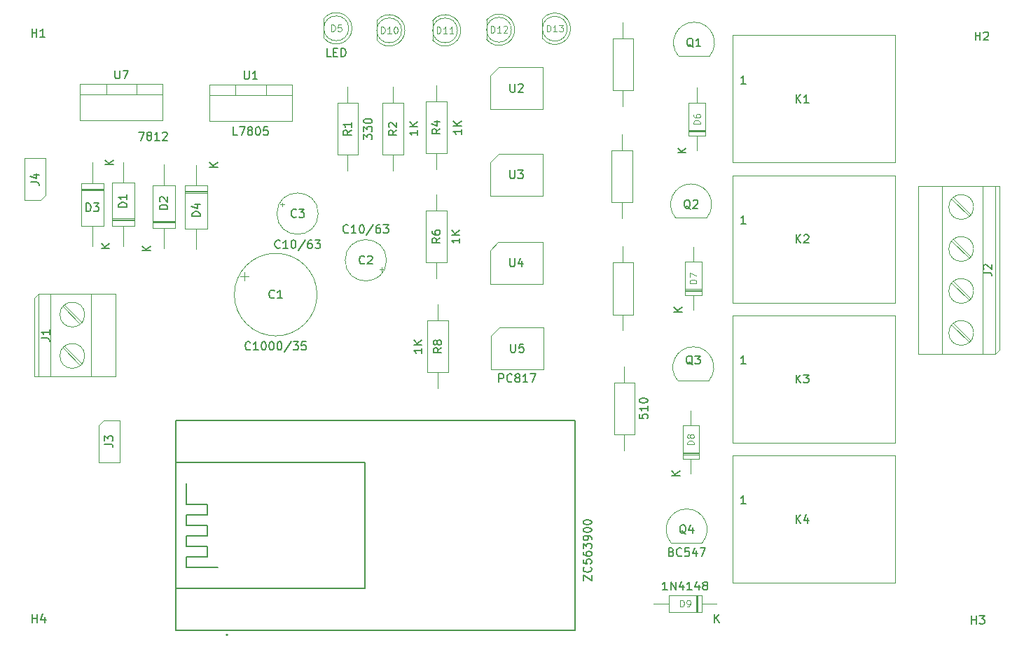
<source format=gbr>
%TF.GenerationSoftware,KiCad,Pcbnew,8.0.7*%
%TF.CreationDate,2025-08-04T19:52:47+05:30*%
%TF.ProjectId,IOT,494f542e-6b69-4636-9164-5f7063625858,rev?*%
%TF.SameCoordinates,Original*%
%TF.FileFunction,AssemblyDrawing,Top*%
%FSLAX46Y46*%
G04 Gerber Fmt 4.6, Leading zero omitted, Abs format (unit mm)*
G04 Created by KiCad (PCBNEW 8.0.7) date 2025-08-04 19:52:47*
%MOMM*%
%LPD*%
G01*
G04 APERTURE LIST*
%ADD10C,0.150000*%
%ADD11C,0.120000*%
%ADD12C,0.100000*%
%ADD13C,0.127000*%
%ADD14C,0.200000*%
G04 APERTURE END LIST*
D10*
X130279819Y-46788333D02*
X130994104Y-46788333D01*
X130994104Y-46788333D02*
X131136961Y-46835952D01*
X131136961Y-46835952D02*
X131232200Y-46931190D01*
X131232200Y-46931190D02*
X131279819Y-47074047D01*
X131279819Y-47074047D02*
X131279819Y-47169285D01*
X130613152Y-45883571D02*
X131279819Y-45883571D01*
X130232200Y-46121666D02*
X130946485Y-46359761D01*
X130946485Y-46359761D02*
X130946485Y-45740714D01*
X143313095Y-40729819D02*
X143979761Y-40729819D01*
X143979761Y-40729819D02*
X143551190Y-41729819D01*
X144503571Y-41158390D02*
X144408333Y-41110771D01*
X144408333Y-41110771D02*
X144360714Y-41063152D01*
X144360714Y-41063152D02*
X144313095Y-40967914D01*
X144313095Y-40967914D02*
X144313095Y-40920295D01*
X144313095Y-40920295D02*
X144360714Y-40825057D01*
X144360714Y-40825057D02*
X144408333Y-40777438D01*
X144408333Y-40777438D02*
X144503571Y-40729819D01*
X144503571Y-40729819D02*
X144694047Y-40729819D01*
X144694047Y-40729819D02*
X144789285Y-40777438D01*
X144789285Y-40777438D02*
X144836904Y-40825057D01*
X144836904Y-40825057D02*
X144884523Y-40920295D01*
X144884523Y-40920295D02*
X144884523Y-40967914D01*
X144884523Y-40967914D02*
X144836904Y-41063152D01*
X144836904Y-41063152D02*
X144789285Y-41110771D01*
X144789285Y-41110771D02*
X144694047Y-41158390D01*
X144694047Y-41158390D02*
X144503571Y-41158390D01*
X144503571Y-41158390D02*
X144408333Y-41206009D01*
X144408333Y-41206009D02*
X144360714Y-41253628D01*
X144360714Y-41253628D02*
X144313095Y-41348866D01*
X144313095Y-41348866D02*
X144313095Y-41539342D01*
X144313095Y-41539342D02*
X144360714Y-41634580D01*
X144360714Y-41634580D02*
X144408333Y-41682200D01*
X144408333Y-41682200D02*
X144503571Y-41729819D01*
X144503571Y-41729819D02*
X144694047Y-41729819D01*
X144694047Y-41729819D02*
X144789285Y-41682200D01*
X144789285Y-41682200D02*
X144836904Y-41634580D01*
X144836904Y-41634580D02*
X144884523Y-41539342D01*
X144884523Y-41539342D02*
X144884523Y-41348866D01*
X144884523Y-41348866D02*
X144836904Y-41253628D01*
X144836904Y-41253628D02*
X144789285Y-41206009D01*
X144789285Y-41206009D02*
X144694047Y-41158390D01*
X145836904Y-41729819D02*
X145265476Y-41729819D01*
X145551190Y-41729819D02*
X145551190Y-40729819D01*
X145551190Y-40729819D02*
X145455952Y-40872676D01*
X145455952Y-40872676D02*
X145360714Y-40967914D01*
X145360714Y-40967914D02*
X145265476Y-41015533D01*
X146217857Y-40825057D02*
X146265476Y-40777438D01*
X146265476Y-40777438D02*
X146360714Y-40729819D01*
X146360714Y-40729819D02*
X146598809Y-40729819D01*
X146598809Y-40729819D02*
X146694047Y-40777438D01*
X146694047Y-40777438D02*
X146741666Y-40825057D01*
X146741666Y-40825057D02*
X146789285Y-40920295D01*
X146789285Y-40920295D02*
X146789285Y-41015533D01*
X146789285Y-41015533D02*
X146741666Y-41158390D01*
X146741666Y-41158390D02*
X146170238Y-41729819D01*
X146170238Y-41729819D02*
X146789285Y-41729819D01*
X140473095Y-33259819D02*
X140473095Y-34069342D01*
X140473095Y-34069342D02*
X140520714Y-34164580D01*
X140520714Y-34164580D02*
X140568333Y-34212200D01*
X140568333Y-34212200D02*
X140663571Y-34259819D01*
X140663571Y-34259819D02*
X140854047Y-34259819D01*
X140854047Y-34259819D02*
X140949285Y-34212200D01*
X140949285Y-34212200D02*
X140996904Y-34164580D01*
X140996904Y-34164580D02*
X141044523Y-34069342D01*
X141044523Y-34069342D02*
X141044523Y-33259819D01*
X141425476Y-33259819D02*
X142092142Y-33259819D01*
X142092142Y-33259819D02*
X141663571Y-34259819D01*
X160405952Y-54709580D02*
X160358333Y-54757200D01*
X160358333Y-54757200D02*
X160215476Y-54804819D01*
X160215476Y-54804819D02*
X160120238Y-54804819D01*
X160120238Y-54804819D02*
X159977381Y-54757200D01*
X159977381Y-54757200D02*
X159882143Y-54661961D01*
X159882143Y-54661961D02*
X159834524Y-54566723D01*
X159834524Y-54566723D02*
X159786905Y-54376247D01*
X159786905Y-54376247D02*
X159786905Y-54233390D01*
X159786905Y-54233390D02*
X159834524Y-54042914D01*
X159834524Y-54042914D02*
X159882143Y-53947676D01*
X159882143Y-53947676D02*
X159977381Y-53852438D01*
X159977381Y-53852438D02*
X160120238Y-53804819D01*
X160120238Y-53804819D02*
X160215476Y-53804819D01*
X160215476Y-53804819D02*
X160358333Y-53852438D01*
X160358333Y-53852438D02*
X160405952Y-53900057D01*
X161358333Y-54804819D02*
X160786905Y-54804819D01*
X161072619Y-54804819D02*
X161072619Y-53804819D01*
X161072619Y-53804819D02*
X160977381Y-53947676D01*
X160977381Y-53947676D02*
X160882143Y-54042914D01*
X160882143Y-54042914D02*
X160786905Y-54090533D01*
X161977381Y-53804819D02*
X162072619Y-53804819D01*
X162072619Y-53804819D02*
X162167857Y-53852438D01*
X162167857Y-53852438D02*
X162215476Y-53900057D01*
X162215476Y-53900057D02*
X162263095Y-53995295D01*
X162263095Y-53995295D02*
X162310714Y-54185771D01*
X162310714Y-54185771D02*
X162310714Y-54423866D01*
X162310714Y-54423866D02*
X162263095Y-54614342D01*
X162263095Y-54614342D02*
X162215476Y-54709580D01*
X162215476Y-54709580D02*
X162167857Y-54757200D01*
X162167857Y-54757200D02*
X162072619Y-54804819D01*
X162072619Y-54804819D02*
X161977381Y-54804819D01*
X161977381Y-54804819D02*
X161882143Y-54757200D01*
X161882143Y-54757200D02*
X161834524Y-54709580D01*
X161834524Y-54709580D02*
X161786905Y-54614342D01*
X161786905Y-54614342D02*
X161739286Y-54423866D01*
X161739286Y-54423866D02*
X161739286Y-54185771D01*
X161739286Y-54185771D02*
X161786905Y-53995295D01*
X161786905Y-53995295D02*
X161834524Y-53900057D01*
X161834524Y-53900057D02*
X161882143Y-53852438D01*
X161882143Y-53852438D02*
X161977381Y-53804819D01*
X163453571Y-53757200D02*
X162596429Y-55042914D01*
X164215476Y-53804819D02*
X164025000Y-53804819D01*
X164025000Y-53804819D02*
X163929762Y-53852438D01*
X163929762Y-53852438D02*
X163882143Y-53900057D01*
X163882143Y-53900057D02*
X163786905Y-54042914D01*
X163786905Y-54042914D02*
X163739286Y-54233390D01*
X163739286Y-54233390D02*
X163739286Y-54614342D01*
X163739286Y-54614342D02*
X163786905Y-54709580D01*
X163786905Y-54709580D02*
X163834524Y-54757200D01*
X163834524Y-54757200D02*
X163929762Y-54804819D01*
X163929762Y-54804819D02*
X164120238Y-54804819D01*
X164120238Y-54804819D02*
X164215476Y-54757200D01*
X164215476Y-54757200D02*
X164263095Y-54709580D01*
X164263095Y-54709580D02*
X164310714Y-54614342D01*
X164310714Y-54614342D02*
X164310714Y-54376247D01*
X164310714Y-54376247D02*
X164263095Y-54281009D01*
X164263095Y-54281009D02*
X164215476Y-54233390D01*
X164215476Y-54233390D02*
X164120238Y-54185771D01*
X164120238Y-54185771D02*
X163929762Y-54185771D01*
X163929762Y-54185771D02*
X163834524Y-54233390D01*
X163834524Y-54233390D02*
X163786905Y-54281009D01*
X163786905Y-54281009D02*
X163739286Y-54376247D01*
X164644048Y-53804819D02*
X165263095Y-53804819D01*
X165263095Y-53804819D02*
X164929762Y-54185771D01*
X164929762Y-54185771D02*
X165072619Y-54185771D01*
X165072619Y-54185771D02*
X165167857Y-54233390D01*
X165167857Y-54233390D02*
X165215476Y-54281009D01*
X165215476Y-54281009D02*
X165263095Y-54376247D01*
X165263095Y-54376247D02*
X165263095Y-54614342D01*
X165263095Y-54614342D02*
X165215476Y-54709580D01*
X165215476Y-54709580D02*
X165167857Y-54757200D01*
X165167857Y-54757200D02*
X165072619Y-54804819D01*
X165072619Y-54804819D02*
X164786905Y-54804819D01*
X164786905Y-54804819D02*
X164691667Y-54757200D01*
X164691667Y-54757200D02*
X164644048Y-54709580D01*
X162358333Y-50959580D02*
X162310714Y-51007200D01*
X162310714Y-51007200D02*
X162167857Y-51054819D01*
X162167857Y-51054819D02*
X162072619Y-51054819D01*
X162072619Y-51054819D02*
X161929762Y-51007200D01*
X161929762Y-51007200D02*
X161834524Y-50911961D01*
X161834524Y-50911961D02*
X161786905Y-50816723D01*
X161786905Y-50816723D02*
X161739286Y-50626247D01*
X161739286Y-50626247D02*
X161739286Y-50483390D01*
X161739286Y-50483390D02*
X161786905Y-50292914D01*
X161786905Y-50292914D02*
X161834524Y-50197676D01*
X161834524Y-50197676D02*
X161929762Y-50102438D01*
X161929762Y-50102438D02*
X162072619Y-50054819D01*
X162072619Y-50054819D02*
X162167857Y-50054819D01*
X162167857Y-50054819D02*
X162310714Y-50102438D01*
X162310714Y-50102438D02*
X162358333Y-50150057D01*
X162691667Y-50054819D02*
X163310714Y-50054819D01*
X163310714Y-50054819D02*
X162977381Y-50435771D01*
X162977381Y-50435771D02*
X163120238Y-50435771D01*
X163120238Y-50435771D02*
X163215476Y-50483390D01*
X163215476Y-50483390D02*
X163263095Y-50531009D01*
X163263095Y-50531009D02*
X163310714Y-50626247D01*
X163310714Y-50626247D02*
X163310714Y-50864342D01*
X163310714Y-50864342D02*
X163263095Y-50959580D01*
X163263095Y-50959580D02*
X163215476Y-51007200D01*
X163215476Y-51007200D02*
X163120238Y-51054819D01*
X163120238Y-51054819D02*
X162834524Y-51054819D01*
X162834524Y-51054819D02*
X162739286Y-51007200D01*
X162739286Y-51007200D02*
X162691667Y-50959580D01*
X203849819Y-74889285D02*
X203849819Y-75365475D01*
X203849819Y-75365475D02*
X204326009Y-75413094D01*
X204326009Y-75413094D02*
X204278390Y-75365475D01*
X204278390Y-75365475D02*
X204230771Y-75270237D01*
X204230771Y-75270237D02*
X204230771Y-75032142D01*
X204230771Y-75032142D02*
X204278390Y-74936904D01*
X204278390Y-74936904D02*
X204326009Y-74889285D01*
X204326009Y-74889285D02*
X204421247Y-74841666D01*
X204421247Y-74841666D02*
X204659342Y-74841666D01*
X204659342Y-74841666D02*
X204754580Y-74889285D01*
X204754580Y-74889285D02*
X204802200Y-74936904D01*
X204802200Y-74936904D02*
X204849819Y-75032142D01*
X204849819Y-75032142D02*
X204849819Y-75270237D01*
X204849819Y-75270237D02*
X204802200Y-75365475D01*
X204802200Y-75365475D02*
X204754580Y-75413094D01*
X204849819Y-73889285D02*
X204849819Y-74460713D01*
X204849819Y-74174999D02*
X203849819Y-74174999D01*
X203849819Y-74174999D02*
X203992676Y-74270237D01*
X203992676Y-74270237D02*
X204087914Y-74365475D01*
X204087914Y-74365475D02*
X204135533Y-74460713D01*
X203849819Y-73270237D02*
X203849819Y-73174999D01*
X203849819Y-73174999D02*
X203897438Y-73079761D01*
X203897438Y-73079761D02*
X203945057Y-73032142D01*
X203945057Y-73032142D02*
X204040295Y-72984523D01*
X204040295Y-72984523D02*
X204230771Y-72936904D01*
X204230771Y-72936904D02*
X204468866Y-72936904D01*
X204468866Y-72936904D02*
X204659342Y-72984523D01*
X204659342Y-72984523D02*
X204754580Y-73032142D01*
X204754580Y-73032142D02*
X204802200Y-73079761D01*
X204802200Y-73079761D02*
X204849819Y-73174999D01*
X204849819Y-73174999D02*
X204849819Y-73270237D01*
X204849819Y-73270237D02*
X204802200Y-73365475D01*
X204802200Y-73365475D02*
X204754580Y-73413094D01*
X204754580Y-73413094D02*
X204659342Y-73460713D01*
X204659342Y-73460713D02*
X204468866Y-73508332D01*
X204468866Y-73508332D02*
X204230771Y-73508332D01*
X204230771Y-73508332D02*
X204040295Y-73460713D01*
X204040295Y-73460713D02*
X203945057Y-73413094D01*
X203945057Y-73413094D02*
X203897438Y-73365475D01*
X203897438Y-73365475D02*
X203849819Y-73270237D01*
X152854819Y-44981904D02*
X151854819Y-44981904D01*
X152854819Y-44410476D02*
X152283390Y-44839047D01*
X151854819Y-44410476D02*
X152426247Y-44981904D01*
X150754819Y-50928094D02*
X149754819Y-50928094D01*
X149754819Y-50928094D02*
X149754819Y-50689999D01*
X149754819Y-50689999D02*
X149802438Y-50547142D01*
X149802438Y-50547142D02*
X149897676Y-50451904D01*
X149897676Y-50451904D02*
X149992914Y-50404285D01*
X149992914Y-50404285D02*
X150183390Y-50356666D01*
X150183390Y-50356666D02*
X150326247Y-50356666D01*
X150326247Y-50356666D02*
X150516723Y-50404285D01*
X150516723Y-50404285D02*
X150611961Y-50451904D01*
X150611961Y-50451904D02*
X150707200Y-50547142D01*
X150707200Y-50547142D02*
X150754819Y-50689999D01*
X150754819Y-50689999D02*
X150754819Y-50928094D01*
X150088152Y-49499523D02*
X150754819Y-49499523D01*
X149707200Y-49737618D02*
X150421485Y-49975713D01*
X150421485Y-49975713D02*
X150421485Y-49356666D01*
X139204819Y-78503333D02*
X139919104Y-78503333D01*
X139919104Y-78503333D02*
X140061961Y-78550952D01*
X140061961Y-78550952D02*
X140157200Y-78646190D01*
X140157200Y-78646190D02*
X140204819Y-78789047D01*
X140204819Y-78789047D02*
X140204819Y-78884285D01*
X139204819Y-78122380D02*
X139204819Y-77503333D01*
X139204819Y-77503333D02*
X139585771Y-77836666D01*
X139585771Y-77836666D02*
X139585771Y-77693809D01*
X139585771Y-77693809D02*
X139633390Y-77598571D01*
X139633390Y-77598571D02*
X139681009Y-77550952D01*
X139681009Y-77550952D02*
X139776247Y-77503333D01*
X139776247Y-77503333D02*
X140014342Y-77503333D01*
X140014342Y-77503333D02*
X140109580Y-77550952D01*
X140109580Y-77550952D02*
X140157200Y-77598571D01*
X140157200Y-77598571D02*
X140204819Y-77693809D01*
X140204819Y-77693809D02*
X140204819Y-77979523D01*
X140204819Y-77979523D02*
X140157200Y-78074761D01*
X140157200Y-78074761D02*
X140109580Y-78122380D01*
D11*
X210438855Y-78540475D02*
X209638855Y-78540475D01*
X209638855Y-78540475D02*
X209638855Y-78349999D01*
X209638855Y-78349999D02*
X209676950Y-78235713D01*
X209676950Y-78235713D02*
X209753140Y-78159523D01*
X209753140Y-78159523D02*
X209829331Y-78121428D01*
X209829331Y-78121428D02*
X209981712Y-78083332D01*
X209981712Y-78083332D02*
X210095998Y-78083332D01*
X210095998Y-78083332D02*
X210248379Y-78121428D01*
X210248379Y-78121428D02*
X210324569Y-78159523D01*
X210324569Y-78159523D02*
X210400760Y-78235713D01*
X210400760Y-78235713D02*
X210438855Y-78349999D01*
X210438855Y-78349999D02*
X210438855Y-78540475D01*
X209981712Y-77626190D02*
X209943617Y-77702380D01*
X209943617Y-77702380D02*
X209905521Y-77740475D01*
X209905521Y-77740475D02*
X209829331Y-77778571D01*
X209829331Y-77778571D02*
X209791236Y-77778571D01*
X209791236Y-77778571D02*
X209715045Y-77740475D01*
X209715045Y-77740475D02*
X209676950Y-77702380D01*
X209676950Y-77702380D02*
X209638855Y-77626190D01*
X209638855Y-77626190D02*
X209638855Y-77473809D01*
X209638855Y-77473809D02*
X209676950Y-77397618D01*
X209676950Y-77397618D02*
X209715045Y-77359523D01*
X209715045Y-77359523D02*
X209791236Y-77321428D01*
X209791236Y-77321428D02*
X209829331Y-77321428D01*
X209829331Y-77321428D02*
X209905521Y-77359523D01*
X209905521Y-77359523D02*
X209943617Y-77397618D01*
X209943617Y-77397618D02*
X209981712Y-77473809D01*
X209981712Y-77473809D02*
X209981712Y-77626190D01*
X209981712Y-77626190D02*
X210019807Y-77702380D01*
X210019807Y-77702380D02*
X210057902Y-77740475D01*
X210057902Y-77740475D02*
X210134093Y-77778571D01*
X210134093Y-77778571D02*
X210286474Y-77778571D01*
X210286474Y-77778571D02*
X210362664Y-77740475D01*
X210362664Y-77740475D02*
X210400760Y-77702380D01*
X210400760Y-77702380D02*
X210438855Y-77626190D01*
X210438855Y-77626190D02*
X210438855Y-77473809D01*
X210438855Y-77473809D02*
X210400760Y-77397618D01*
X210400760Y-77397618D02*
X210362664Y-77359523D01*
X210362664Y-77359523D02*
X210286474Y-77321428D01*
X210286474Y-77321428D02*
X210134093Y-77321428D01*
X210134093Y-77321428D02*
X210057902Y-77359523D01*
X210057902Y-77359523D02*
X210019807Y-77397618D01*
X210019807Y-77397618D02*
X209981712Y-77473809D01*
D10*
X208729819Y-82321904D02*
X207729819Y-82321904D01*
X208729819Y-81750476D02*
X208158390Y-82179047D01*
X207729819Y-81750476D02*
X208301247Y-82321904D01*
D11*
X192658571Y-28588855D02*
X192658571Y-27788855D01*
X192658571Y-27788855D02*
X192849047Y-27788855D01*
X192849047Y-27788855D02*
X192963333Y-27826950D01*
X192963333Y-27826950D02*
X193039523Y-27903140D01*
X193039523Y-27903140D02*
X193077618Y-27979331D01*
X193077618Y-27979331D02*
X193115714Y-28131712D01*
X193115714Y-28131712D02*
X193115714Y-28245998D01*
X193115714Y-28245998D02*
X193077618Y-28398379D01*
X193077618Y-28398379D02*
X193039523Y-28474569D01*
X193039523Y-28474569D02*
X192963333Y-28550760D01*
X192963333Y-28550760D02*
X192849047Y-28588855D01*
X192849047Y-28588855D02*
X192658571Y-28588855D01*
X193877618Y-28588855D02*
X193420475Y-28588855D01*
X193649047Y-28588855D02*
X193649047Y-27788855D01*
X193649047Y-27788855D02*
X193572856Y-27903140D01*
X193572856Y-27903140D02*
X193496666Y-27979331D01*
X193496666Y-27979331D02*
X193420475Y-28017426D01*
X194144285Y-27788855D02*
X194639523Y-27788855D01*
X194639523Y-27788855D02*
X194372857Y-28093617D01*
X194372857Y-28093617D02*
X194487142Y-28093617D01*
X194487142Y-28093617D02*
X194563333Y-28131712D01*
X194563333Y-28131712D02*
X194601428Y-28169807D01*
X194601428Y-28169807D02*
X194639523Y-28245998D01*
X194639523Y-28245998D02*
X194639523Y-28436474D01*
X194639523Y-28436474D02*
X194601428Y-28512664D01*
X194601428Y-28512664D02*
X194563333Y-28550760D01*
X194563333Y-28550760D02*
X194487142Y-28588855D01*
X194487142Y-28588855D02*
X194258571Y-28588855D01*
X194258571Y-28588855D02*
X194182380Y-28550760D01*
X194182380Y-28550760D02*
X194144285Y-28512664D01*
D10*
X244463095Y-29604819D02*
X244463095Y-28604819D01*
X244463095Y-29081009D02*
X245034523Y-29081009D01*
X245034523Y-29604819D02*
X245034523Y-28604819D01*
X245463095Y-28700057D02*
X245510714Y-28652438D01*
X245510714Y-28652438D02*
X245605952Y-28604819D01*
X245605952Y-28604819D02*
X245844047Y-28604819D01*
X245844047Y-28604819D02*
X245939285Y-28652438D01*
X245939285Y-28652438D02*
X245986904Y-28700057D01*
X245986904Y-28700057D02*
X246034523Y-28795295D01*
X246034523Y-28795295D02*
X246034523Y-28890533D01*
X246034523Y-28890533D02*
X245986904Y-29033390D01*
X245986904Y-29033390D02*
X245415476Y-29604819D01*
X245415476Y-29604819D02*
X246034523Y-29604819D01*
X188198095Y-56024819D02*
X188198095Y-56834342D01*
X188198095Y-56834342D02*
X188245714Y-56929580D01*
X188245714Y-56929580D02*
X188293333Y-56977200D01*
X188293333Y-56977200D02*
X188388571Y-57024819D01*
X188388571Y-57024819D02*
X188579047Y-57024819D01*
X188579047Y-57024819D02*
X188674285Y-56977200D01*
X188674285Y-56977200D02*
X188721904Y-56929580D01*
X188721904Y-56929580D02*
X188769523Y-56834342D01*
X188769523Y-56834342D02*
X188769523Y-56024819D01*
X189674285Y-56358152D02*
X189674285Y-57024819D01*
X189436190Y-55977200D02*
X189198095Y-56691485D01*
X189198095Y-56691485D02*
X189817142Y-56691485D01*
X245404819Y-57753333D02*
X246119104Y-57753333D01*
X246119104Y-57753333D02*
X246261961Y-57800952D01*
X246261961Y-57800952D02*
X246357200Y-57896190D01*
X246357200Y-57896190D02*
X246404819Y-58039047D01*
X246404819Y-58039047D02*
X246404819Y-58134285D01*
X245500057Y-57324761D02*
X245452438Y-57277142D01*
X245452438Y-57277142D02*
X245404819Y-57181904D01*
X245404819Y-57181904D02*
X245404819Y-56943809D01*
X245404819Y-56943809D02*
X245452438Y-56848571D01*
X245452438Y-56848571D02*
X245500057Y-56800952D01*
X245500057Y-56800952D02*
X245595295Y-56753333D01*
X245595295Y-56753333D02*
X245690533Y-56753333D01*
X245690533Y-56753333D02*
X245833390Y-56800952D01*
X245833390Y-56800952D02*
X246404819Y-57372380D01*
X246404819Y-57372380D02*
X246404819Y-56753333D01*
X182354819Y-40394285D02*
X182354819Y-40965713D01*
X182354819Y-40679999D02*
X181354819Y-40679999D01*
X181354819Y-40679999D02*
X181497676Y-40775237D01*
X181497676Y-40775237D02*
X181592914Y-40870475D01*
X181592914Y-40870475D02*
X181640533Y-40965713D01*
X182354819Y-39965713D02*
X181354819Y-39965713D01*
X182354819Y-39394285D02*
X181783390Y-39822856D01*
X181354819Y-39394285D02*
X181926247Y-39965713D01*
X179754819Y-40346666D02*
X179278628Y-40679999D01*
X179754819Y-40918094D02*
X178754819Y-40918094D01*
X178754819Y-40918094D02*
X178754819Y-40537142D01*
X178754819Y-40537142D02*
X178802438Y-40441904D01*
X178802438Y-40441904D02*
X178850057Y-40394285D01*
X178850057Y-40394285D02*
X178945295Y-40346666D01*
X178945295Y-40346666D02*
X179088152Y-40346666D01*
X179088152Y-40346666D02*
X179183390Y-40394285D01*
X179183390Y-40394285D02*
X179231009Y-40441904D01*
X179231009Y-40441904D02*
X179278628Y-40537142D01*
X179278628Y-40537142D02*
X179278628Y-40918094D01*
X179088152Y-39489523D02*
X179754819Y-39489523D01*
X178707200Y-39727618D02*
X179421485Y-39965713D01*
X179421485Y-39965713D02*
X179421485Y-39346666D01*
X182124819Y-53589285D02*
X182124819Y-54160713D01*
X182124819Y-53874999D02*
X181124819Y-53874999D01*
X181124819Y-53874999D02*
X181267676Y-53970237D01*
X181267676Y-53970237D02*
X181362914Y-54065475D01*
X181362914Y-54065475D02*
X181410533Y-54160713D01*
X182124819Y-53160713D02*
X181124819Y-53160713D01*
X182124819Y-52589285D02*
X181553390Y-53017856D01*
X181124819Y-52589285D02*
X181696247Y-53160713D01*
X179754819Y-53541666D02*
X179278628Y-53874999D01*
X179754819Y-54113094D02*
X178754819Y-54113094D01*
X178754819Y-54113094D02*
X178754819Y-53732142D01*
X178754819Y-53732142D02*
X178802438Y-53636904D01*
X178802438Y-53636904D02*
X178850057Y-53589285D01*
X178850057Y-53589285D02*
X178945295Y-53541666D01*
X178945295Y-53541666D02*
X179088152Y-53541666D01*
X179088152Y-53541666D02*
X179183390Y-53589285D01*
X179183390Y-53589285D02*
X179231009Y-53636904D01*
X179231009Y-53636904D02*
X179278628Y-53732142D01*
X179278628Y-53732142D02*
X179278628Y-54113094D01*
X178754819Y-52684523D02*
X178754819Y-52874999D01*
X178754819Y-52874999D02*
X178802438Y-52970237D01*
X178802438Y-52970237D02*
X178850057Y-53017856D01*
X178850057Y-53017856D02*
X178992914Y-53113094D01*
X178992914Y-53113094D02*
X179183390Y-53160713D01*
X179183390Y-53160713D02*
X179564342Y-53160713D01*
X179564342Y-53160713D02*
X179659580Y-53113094D01*
X179659580Y-53113094D02*
X179707200Y-53065475D01*
X179707200Y-53065475D02*
X179754819Y-52970237D01*
X179754819Y-52970237D02*
X179754819Y-52779761D01*
X179754819Y-52779761D02*
X179707200Y-52684523D01*
X179707200Y-52684523D02*
X179659580Y-52636904D01*
X179659580Y-52636904D02*
X179564342Y-52589285D01*
X179564342Y-52589285D02*
X179326247Y-52589285D01*
X179326247Y-52589285D02*
X179231009Y-52636904D01*
X179231009Y-52636904D02*
X179183390Y-52684523D01*
X179183390Y-52684523D02*
X179135771Y-52779761D01*
X179135771Y-52779761D02*
X179135771Y-52970237D01*
X179135771Y-52970237D02*
X179183390Y-53065475D01*
X179183390Y-53065475D02*
X179231009Y-53113094D01*
X179231009Y-53113094D02*
X179326247Y-53160713D01*
D11*
X172633571Y-28788855D02*
X172633571Y-27988855D01*
X172633571Y-27988855D02*
X172824047Y-27988855D01*
X172824047Y-27988855D02*
X172938333Y-28026950D01*
X172938333Y-28026950D02*
X173014523Y-28103140D01*
X173014523Y-28103140D02*
X173052618Y-28179331D01*
X173052618Y-28179331D02*
X173090714Y-28331712D01*
X173090714Y-28331712D02*
X173090714Y-28445998D01*
X173090714Y-28445998D02*
X173052618Y-28598379D01*
X173052618Y-28598379D02*
X173014523Y-28674569D01*
X173014523Y-28674569D02*
X172938333Y-28750760D01*
X172938333Y-28750760D02*
X172824047Y-28788855D01*
X172824047Y-28788855D02*
X172633571Y-28788855D01*
X173852618Y-28788855D02*
X173395475Y-28788855D01*
X173624047Y-28788855D02*
X173624047Y-27988855D01*
X173624047Y-27988855D02*
X173547856Y-28103140D01*
X173547856Y-28103140D02*
X173471666Y-28179331D01*
X173471666Y-28179331D02*
X173395475Y-28217426D01*
X174347857Y-27988855D02*
X174424047Y-27988855D01*
X174424047Y-27988855D02*
X174500238Y-28026950D01*
X174500238Y-28026950D02*
X174538333Y-28065045D01*
X174538333Y-28065045D02*
X174576428Y-28141236D01*
X174576428Y-28141236D02*
X174614523Y-28293617D01*
X174614523Y-28293617D02*
X174614523Y-28484093D01*
X174614523Y-28484093D02*
X174576428Y-28636474D01*
X174576428Y-28636474D02*
X174538333Y-28712664D01*
X174538333Y-28712664D02*
X174500238Y-28750760D01*
X174500238Y-28750760D02*
X174424047Y-28788855D01*
X174424047Y-28788855D02*
X174347857Y-28788855D01*
X174347857Y-28788855D02*
X174271666Y-28750760D01*
X174271666Y-28750760D02*
X174233571Y-28712664D01*
X174233571Y-28712664D02*
X174195476Y-28636474D01*
X174195476Y-28636474D02*
X174157380Y-28484093D01*
X174157380Y-28484093D02*
X174157380Y-28293617D01*
X174157380Y-28293617D02*
X174195476Y-28141236D01*
X174195476Y-28141236D02*
X174233571Y-28065045D01*
X174233571Y-28065045D02*
X174271666Y-28026950D01*
X174271666Y-28026950D02*
X174347857Y-27988855D01*
D10*
X170529819Y-41635713D02*
X170529819Y-41016666D01*
X170529819Y-41016666D02*
X170910771Y-41349999D01*
X170910771Y-41349999D02*
X170910771Y-41207142D01*
X170910771Y-41207142D02*
X170958390Y-41111904D01*
X170958390Y-41111904D02*
X171006009Y-41064285D01*
X171006009Y-41064285D02*
X171101247Y-41016666D01*
X171101247Y-41016666D02*
X171339342Y-41016666D01*
X171339342Y-41016666D02*
X171434580Y-41064285D01*
X171434580Y-41064285D02*
X171482200Y-41111904D01*
X171482200Y-41111904D02*
X171529819Y-41207142D01*
X171529819Y-41207142D02*
X171529819Y-41492856D01*
X171529819Y-41492856D02*
X171482200Y-41588094D01*
X171482200Y-41588094D02*
X171434580Y-41635713D01*
X170529819Y-40683332D02*
X170529819Y-40064285D01*
X170529819Y-40064285D02*
X170910771Y-40397618D01*
X170910771Y-40397618D02*
X170910771Y-40254761D01*
X170910771Y-40254761D02*
X170958390Y-40159523D01*
X170958390Y-40159523D02*
X171006009Y-40111904D01*
X171006009Y-40111904D02*
X171101247Y-40064285D01*
X171101247Y-40064285D02*
X171339342Y-40064285D01*
X171339342Y-40064285D02*
X171434580Y-40111904D01*
X171434580Y-40111904D02*
X171482200Y-40159523D01*
X171482200Y-40159523D02*
X171529819Y-40254761D01*
X171529819Y-40254761D02*
X171529819Y-40540475D01*
X171529819Y-40540475D02*
X171482200Y-40635713D01*
X171482200Y-40635713D02*
X171434580Y-40683332D01*
X170529819Y-39445237D02*
X170529819Y-39349999D01*
X170529819Y-39349999D02*
X170577438Y-39254761D01*
X170577438Y-39254761D02*
X170625057Y-39207142D01*
X170625057Y-39207142D02*
X170720295Y-39159523D01*
X170720295Y-39159523D02*
X170910771Y-39111904D01*
X170910771Y-39111904D02*
X171148866Y-39111904D01*
X171148866Y-39111904D02*
X171339342Y-39159523D01*
X171339342Y-39159523D02*
X171434580Y-39207142D01*
X171434580Y-39207142D02*
X171482200Y-39254761D01*
X171482200Y-39254761D02*
X171529819Y-39349999D01*
X171529819Y-39349999D02*
X171529819Y-39445237D01*
X171529819Y-39445237D02*
X171482200Y-39540475D01*
X171482200Y-39540475D02*
X171434580Y-39588094D01*
X171434580Y-39588094D02*
X171339342Y-39635713D01*
X171339342Y-39635713D02*
X171148866Y-39683332D01*
X171148866Y-39683332D02*
X170910771Y-39683332D01*
X170910771Y-39683332D02*
X170720295Y-39635713D01*
X170720295Y-39635713D02*
X170625057Y-39588094D01*
X170625057Y-39588094D02*
X170577438Y-39540475D01*
X170577438Y-39540475D02*
X170529819Y-39445237D01*
X169029819Y-40516666D02*
X168553628Y-40849999D01*
X169029819Y-41088094D02*
X168029819Y-41088094D01*
X168029819Y-41088094D02*
X168029819Y-40707142D01*
X168029819Y-40707142D02*
X168077438Y-40611904D01*
X168077438Y-40611904D02*
X168125057Y-40564285D01*
X168125057Y-40564285D02*
X168220295Y-40516666D01*
X168220295Y-40516666D02*
X168363152Y-40516666D01*
X168363152Y-40516666D02*
X168458390Y-40564285D01*
X168458390Y-40564285D02*
X168506009Y-40611904D01*
X168506009Y-40611904D02*
X168553628Y-40707142D01*
X168553628Y-40707142D02*
X168553628Y-41088094D01*
X169029819Y-39564285D02*
X169029819Y-40135713D01*
X169029819Y-39849999D02*
X168029819Y-39849999D01*
X168029819Y-39849999D02*
X168172676Y-39945237D01*
X168172676Y-39945237D02*
X168267914Y-40040475D01*
X168267914Y-40040475D02*
X168315533Y-40135713D01*
X197059819Y-94995475D02*
X197059819Y-94328809D01*
X197059819Y-94328809D02*
X198059819Y-94995475D01*
X198059819Y-94995475D02*
X198059819Y-94328809D01*
X197964580Y-93376428D02*
X198012200Y-93424047D01*
X198012200Y-93424047D02*
X198059819Y-93566904D01*
X198059819Y-93566904D02*
X198059819Y-93662142D01*
X198059819Y-93662142D02*
X198012200Y-93804999D01*
X198012200Y-93804999D02*
X197916961Y-93900237D01*
X197916961Y-93900237D02*
X197821723Y-93947856D01*
X197821723Y-93947856D02*
X197631247Y-93995475D01*
X197631247Y-93995475D02*
X197488390Y-93995475D01*
X197488390Y-93995475D02*
X197297914Y-93947856D01*
X197297914Y-93947856D02*
X197202676Y-93900237D01*
X197202676Y-93900237D02*
X197107438Y-93804999D01*
X197107438Y-93804999D02*
X197059819Y-93662142D01*
X197059819Y-93662142D02*
X197059819Y-93566904D01*
X197059819Y-93566904D02*
X197107438Y-93424047D01*
X197107438Y-93424047D02*
X197155057Y-93376428D01*
X197059819Y-92471666D02*
X197059819Y-92947856D01*
X197059819Y-92947856D02*
X197536009Y-92995475D01*
X197536009Y-92995475D02*
X197488390Y-92947856D01*
X197488390Y-92947856D02*
X197440771Y-92852618D01*
X197440771Y-92852618D02*
X197440771Y-92614523D01*
X197440771Y-92614523D02*
X197488390Y-92519285D01*
X197488390Y-92519285D02*
X197536009Y-92471666D01*
X197536009Y-92471666D02*
X197631247Y-92424047D01*
X197631247Y-92424047D02*
X197869342Y-92424047D01*
X197869342Y-92424047D02*
X197964580Y-92471666D01*
X197964580Y-92471666D02*
X198012200Y-92519285D01*
X198012200Y-92519285D02*
X198059819Y-92614523D01*
X198059819Y-92614523D02*
X198059819Y-92852618D01*
X198059819Y-92852618D02*
X198012200Y-92947856D01*
X198012200Y-92947856D02*
X197964580Y-92995475D01*
X197059819Y-91566904D02*
X197059819Y-91757380D01*
X197059819Y-91757380D02*
X197107438Y-91852618D01*
X197107438Y-91852618D02*
X197155057Y-91900237D01*
X197155057Y-91900237D02*
X197297914Y-91995475D01*
X197297914Y-91995475D02*
X197488390Y-92043094D01*
X197488390Y-92043094D02*
X197869342Y-92043094D01*
X197869342Y-92043094D02*
X197964580Y-91995475D01*
X197964580Y-91995475D02*
X198012200Y-91947856D01*
X198012200Y-91947856D02*
X198059819Y-91852618D01*
X198059819Y-91852618D02*
X198059819Y-91662142D01*
X198059819Y-91662142D02*
X198012200Y-91566904D01*
X198012200Y-91566904D02*
X197964580Y-91519285D01*
X197964580Y-91519285D02*
X197869342Y-91471666D01*
X197869342Y-91471666D02*
X197631247Y-91471666D01*
X197631247Y-91471666D02*
X197536009Y-91519285D01*
X197536009Y-91519285D02*
X197488390Y-91566904D01*
X197488390Y-91566904D02*
X197440771Y-91662142D01*
X197440771Y-91662142D02*
X197440771Y-91852618D01*
X197440771Y-91852618D02*
X197488390Y-91947856D01*
X197488390Y-91947856D02*
X197536009Y-91995475D01*
X197536009Y-91995475D02*
X197631247Y-92043094D01*
X197059819Y-91138332D02*
X197059819Y-90519285D01*
X197059819Y-90519285D02*
X197440771Y-90852618D01*
X197440771Y-90852618D02*
X197440771Y-90709761D01*
X197440771Y-90709761D02*
X197488390Y-90614523D01*
X197488390Y-90614523D02*
X197536009Y-90566904D01*
X197536009Y-90566904D02*
X197631247Y-90519285D01*
X197631247Y-90519285D02*
X197869342Y-90519285D01*
X197869342Y-90519285D02*
X197964580Y-90566904D01*
X197964580Y-90566904D02*
X198012200Y-90614523D01*
X198012200Y-90614523D02*
X198059819Y-90709761D01*
X198059819Y-90709761D02*
X198059819Y-90995475D01*
X198059819Y-90995475D02*
X198012200Y-91090713D01*
X198012200Y-91090713D02*
X197964580Y-91138332D01*
X198059819Y-90043094D02*
X198059819Y-89852618D01*
X198059819Y-89852618D02*
X198012200Y-89757380D01*
X198012200Y-89757380D02*
X197964580Y-89709761D01*
X197964580Y-89709761D02*
X197821723Y-89614523D01*
X197821723Y-89614523D02*
X197631247Y-89566904D01*
X197631247Y-89566904D02*
X197250295Y-89566904D01*
X197250295Y-89566904D02*
X197155057Y-89614523D01*
X197155057Y-89614523D02*
X197107438Y-89662142D01*
X197107438Y-89662142D02*
X197059819Y-89757380D01*
X197059819Y-89757380D02*
X197059819Y-89947856D01*
X197059819Y-89947856D02*
X197107438Y-90043094D01*
X197107438Y-90043094D02*
X197155057Y-90090713D01*
X197155057Y-90090713D02*
X197250295Y-90138332D01*
X197250295Y-90138332D02*
X197488390Y-90138332D01*
X197488390Y-90138332D02*
X197583628Y-90090713D01*
X197583628Y-90090713D02*
X197631247Y-90043094D01*
X197631247Y-90043094D02*
X197678866Y-89947856D01*
X197678866Y-89947856D02*
X197678866Y-89757380D01*
X197678866Y-89757380D02*
X197631247Y-89662142D01*
X197631247Y-89662142D02*
X197583628Y-89614523D01*
X197583628Y-89614523D02*
X197488390Y-89566904D01*
X197059819Y-88947856D02*
X197059819Y-88852618D01*
X197059819Y-88852618D02*
X197107438Y-88757380D01*
X197107438Y-88757380D02*
X197155057Y-88709761D01*
X197155057Y-88709761D02*
X197250295Y-88662142D01*
X197250295Y-88662142D02*
X197440771Y-88614523D01*
X197440771Y-88614523D02*
X197678866Y-88614523D01*
X197678866Y-88614523D02*
X197869342Y-88662142D01*
X197869342Y-88662142D02*
X197964580Y-88709761D01*
X197964580Y-88709761D02*
X198012200Y-88757380D01*
X198012200Y-88757380D02*
X198059819Y-88852618D01*
X198059819Y-88852618D02*
X198059819Y-88947856D01*
X198059819Y-88947856D02*
X198012200Y-89043094D01*
X198012200Y-89043094D02*
X197964580Y-89090713D01*
X197964580Y-89090713D02*
X197869342Y-89138332D01*
X197869342Y-89138332D02*
X197678866Y-89185951D01*
X197678866Y-89185951D02*
X197440771Y-89185951D01*
X197440771Y-89185951D02*
X197250295Y-89138332D01*
X197250295Y-89138332D02*
X197155057Y-89090713D01*
X197155057Y-89090713D02*
X197107438Y-89043094D01*
X197107438Y-89043094D02*
X197059819Y-88947856D01*
X197059819Y-87995475D02*
X197059819Y-87900237D01*
X197059819Y-87900237D02*
X197107438Y-87804999D01*
X197107438Y-87804999D02*
X197155057Y-87757380D01*
X197155057Y-87757380D02*
X197250295Y-87709761D01*
X197250295Y-87709761D02*
X197440771Y-87662142D01*
X197440771Y-87662142D02*
X197678866Y-87662142D01*
X197678866Y-87662142D02*
X197869342Y-87709761D01*
X197869342Y-87709761D02*
X197964580Y-87757380D01*
X197964580Y-87757380D02*
X198012200Y-87804999D01*
X198012200Y-87804999D02*
X198059819Y-87900237D01*
X198059819Y-87900237D02*
X198059819Y-87995475D01*
X198059819Y-87995475D02*
X198012200Y-88090713D01*
X198012200Y-88090713D02*
X197964580Y-88138332D01*
X197964580Y-88138332D02*
X197869342Y-88185951D01*
X197869342Y-88185951D02*
X197678866Y-88233570D01*
X197678866Y-88233570D02*
X197440771Y-88233570D01*
X197440771Y-88233570D02*
X197250295Y-88185951D01*
X197250295Y-88185951D02*
X197155057Y-88138332D01*
X197155057Y-88138332D02*
X197107438Y-88090713D01*
X197107438Y-88090713D02*
X197059819Y-87995475D01*
D11*
X185908571Y-28713855D02*
X185908571Y-27913855D01*
X185908571Y-27913855D02*
X186099047Y-27913855D01*
X186099047Y-27913855D02*
X186213333Y-27951950D01*
X186213333Y-27951950D02*
X186289523Y-28028140D01*
X186289523Y-28028140D02*
X186327618Y-28104331D01*
X186327618Y-28104331D02*
X186365714Y-28256712D01*
X186365714Y-28256712D02*
X186365714Y-28370998D01*
X186365714Y-28370998D02*
X186327618Y-28523379D01*
X186327618Y-28523379D02*
X186289523Y-28599569D01*
X186289523Y-28599569D02*
X186213333Y-28675760D01*
X186213333Y-28675760D02*
X186099047Y-28713855D01*
X186099047Y-28713855D02*
X185908571Y-28713855D01*
X187127618Y-28713855D02*
X186670475Y-28713855D01*
X186899047Y-28713855D02*
X186899047Y-27913855D01*
X186899047Y-27913855D02*
X186822856Y-28028140D01*
X186822856Y-28028140D02*
X186746666Y-28104331D01*
X186746666Y-28104331D02*
X186670475Y-28142426D01*
X187432380Y-27990045D02*
X187470476Y-27951950D01*
X187470476Y-27951950D02*
X187546666Y-27913855D01*
X187546666Y-27913855D02*
X187737142Y-27913855D01*
X187737142Y-27913855D02*
X187813333Y-27951950D01*
X187813333Y-27951950D02*
X187851428Y-27990045D01*
X187851428Y-27990045D02*
X187889523Y-28066236D01*
X187889523Y-28066236D02*
X187889523Y-28142426D01*
X187889523Y-28142426D02*
X187851428Y-28256712D01*
X187851428Y-28256712D02*
X187394285Y-28713855D01*
X187394285Y-28713855D02*
X187889523Y-28713855D01*
D10*
X155254761Y-41099819D02*
X154778571Y-41099819D01*
X154778571Y-41099819D02*
X154778571Y-40099819D01*
X155492857Y-40099819D02*
X156159523Y-40099819D01*
X156159523Y-40099819D02*
X155730952Y-41099819D01*
X156683333Y-40528390D02*
X156588095Y-40480771D01*
X156588095Y-40480771D02*
X156540476Y-40433152D01*
X156540476Y-40433152D02*
X156492857Y-40337914D01*
X156492857Y-40337914D02*
X156492857Y-40290295D01*
X156492857Y-40290295D02*
X156540476Y-40195057D01*
X156540476Y-40195057D02*
X156588095Y-40147438D01*
X156588095Y-40147438D02*
X156683333Y-40099819D01*
X156683333Y-40099819D02*
X156873809Y-40099819D01*
X156873809Y-40099819D02*
X156969047Y-40147438D01*
X156969047Y-40147438D02*
X157016666Y-40195057D01*
X157016666Y-40195057D02*
X157064285Y-40290295D01*
X157064285Y-40290295D02*
X157064285Y-40337914D01*
X157064285Y-40337914D02*
X157016666Y-40433152D01*
X157016666Y-40433152D02*
X156969047Y-40480771D01*
X156969047Y-40480771D02*
X156873809Y-40528390D01*
X156873809Y-40528390D02*
X156683333Y-40528390D01*
X156683333Y-40528390D02*
X156588095Y-40576009D01*
X156588095Y-40576009D02*
X156540476Y-40623628D01*
X156540476Y-40623628D02*
X156492857Y-40718866D01*
X156492857Y-40718866D02*
X156492857Y-40909342D01*
X156492857Y-40909342D02*
X156540476Y-41004580D01*
X156540476Y-41004580D02*
X156588095Y-41052200D01*
X156588095Y-41052200D02*
X156683333Y-41099819D01*
X156683333Y-41099819D02*
X156873809Y-41099819D01*
X156873809Y-41099819D02*
X156969047Y-41052200D01*
X156969047Y-41052200D02*
X157016666Y-41004580D01*
X157016666Y-41004580D02*
X157064285Y-40909342D01*
X157064285Y-40909342D02*
X157064285Y-40718866D01*
X157064285Y-40718866D02*
X157016666Y-40623628D01*
X157016666Y-40623628D02*
X156969047Y-40576009D01*
X156969047Y-40576009D02*
X156873809Y-40528390D01*
X157683333Y-40099819D02*
X157778571Y-40099819D01*
X157778571Y-40099819D02*
X157873809Y-40147438D01*
X157873809Y-40147438D02*
X157921428Y-40195057D01*
X157921428Y-40195057D02*
X157969047Y-40290295D01*
X157969047Y-40290295D02*
X158016666Y-40480771D01*
X158016666Y-40480771D02*
X158016666Y-40718866D01*
X158016666Y-40718866D02*
X157969047Y-40909342D01*
X157969047Y-40909342D02*
X157921428Y-41004580D01*
X157921428Y-41004580D02*
X157873809Y-41052200D01*
X157873809Y-41052200D02*
X157778571Y-41099819D01*
X157778571Y-41099819D02*
X157683333Y-41099819D01*
X157683333Y-41099819D02*
X157588095Y-41052200D01*
X157588095Y-41052200D02*
X157540476Y-41004580D01*
X157540476Y-41004580D02*
X157492857Y-40909342D01*
X157492857Y-40909342D02*
X157445238Y-40718866D01*
X157445238Y-40718866D02*
X157445238Y-40480771D01*
X157445238Y-40480771D02*
X157492857Y-40290295D01*
X157492857Y-40290295D02*
X157540476Y-40195057D01*
X157540476Y-40195057D02*
X157588095Y-40147438D01*
X157588095Y-40147438D02*
X157683333Y-40099819D01*
X158921428Y-40099819D02*
X158445238Y-40099819D01*
X158445238Y-40099819D02*
X158397619Y-40576009D01*
X158397619Y-40576009D02*
X158445238Y-40528390D01*
X158445238Y-40528390D02*
X158540476Y-40480771D01*
X158540476Y-40480771D02*
X158778571Y-40480771D01*
X158778571Y-40480771D02*
X158873809Y-40528390D01*
X158873809Y-40528390D02*
X158921428Y-40576009D01*
X158921428Y-40576009D02*
X158969047Y-40671247D01*
X158969047Y-40671247D02*
X158969047Y-40909342D01*
X158969047Y-40909342D02*
X158921428Y-41004580D01*
X158921428Y-41004580D02*
X158873809Y-41052200D01*
X158873809Y-41052200D02*
X158778571Y-41099819D01*
X158778571Y-41099819D02*
X158540476Y-41099819D01*
X158540476Y-41099819D02*
X158445238Y-41052200D01*
X158445238Y-41052200D02*
X158397619Y-41004580D01*
X156088095Y-33329819D02*
X156088095Y-34139342D01*
X156088095Y-34139342D02*
X156135714Y-34234580D01*
X156135714Y-34234580D02*
X156183333Y-34282200D01*
X156183333Y-34282200D02*
X156278571Y-34329819D01*
X156278571Y-34329819D02*
X156469047Y-34329819D01*
X156469047Y-34329819D02*
X156564285Y-34282200D01*
X156564285Y-34282200D02*
X156611904Y-34234580D01*
X156611904Y-34234580D02*
X156659523Y-34139342D01*
X156659523Y-34139342D02*
X156659523Y-33329819D01*
X157659523Y-34329819D02*
X157088095Y-34329819D01*
X157373809Y-34329819D02*
X157373809Y-33329819D01*
X157373809Y-33329819D02*
X157278571Y-33472676D01*
X157278571Y-33472676D02*
X157183333Y-33567914D01*
X157183333Y-33567914D02*
X157088095Y-33615533D01*
X222786905Y-71104819D02*
X222786905Y-70104819D01*
X223358333Y-71104819D02*
X222929762Y-70533390D01*
X223358333Y-70104819D02*
X222786905Y-70676247D01*
X223691667Y-70104819D02*
X224310714Y-70104819D01*
X224310714Y-70104819D02*
X223977381Y-70485771D01*
X223977381Y-70485771D02*
X224120238Y-70485771D01*
X224120238Y-70485771D02*
X224215476Y-70533390D01*
X224215476Y-70533390D02*
X224263095Y-70581009D01*
X224263095Y-70581009D02*
X224310714Y-70676247D01*
X224310714Y-70676247D02*
X224310714Y-70914342D01*
X224310714Y-70914342D02*
X224263095Y-71009580D01*
X224263095Y-71009580D02*
X224215476Y-71057200D01*
X224215476Y-71057200D02*
X224120238Y-71104819D01*
X224120238Y-71104819D02*
X223834524Y-71104819D01*
X223834524Y-71104819D02*
X223739286Y-71057200D01*
X223739286Y-71057200D02*
X223691667Y-71009580D01*
X216710714Y-68779819D02*
X216139286Y-68779819D01*
X216425000Y-68779819D02*
X216425000Y-67779819D01*
X216425000Y-67779819D02*
X216329762Y-67922676D01*
X216329762Y-67922676D02*
X216234524Y-68017914D01*
X216234524Y-68017914D02*
X216139286Y-68065533D01*
X210354761Y-30465057D02*
X210259523Y-30417438D01*
X210259523Y-30417438D02*
X210164285Y-30322200D01*
X210164285Y-30322200D02*
X210021428Y-30179342D01*
X210021428Y-30179342D02*
X209926190Y-30131723D01*
X209926190Y-30131723D02*
X209830952Y-30131723D01*
X209878571Y-30369819D02*
X209783333Y-30322200D01*
X209783333Y-30322200D02*
X209688095Y-30226961D01*
X209688095Y-30226961D02*
X209640476Y-30036485D01*
X209640476Y-30036485D02*
X209640476Y-29703152D01*
X209640476Y-29703152D02*
X209688095Y-29512676D01*
X209688095Y-29512676D02*
X209783333Y-29417438D01*
X209783333Y-29417438D02*
X209878571Y-29369819D01*
X209878571Y-29369819D02*
X210069047Y-29369819D01*
X210069047Y-29369819D02*
X210164285Y-29417438D01*
X210164285Y-29417438D02*
X210259523Y-29512676D01*
X210259523Y-29512676D02*
X210307142Y-29703152D01*
X210307142Y-29703152D02*
X210307142Y-30036485D01*
X210307142Y-30036485D02*
X210259523Y-30226961D01*
X210259523Y-30226961D02*
X210164285Y-30322200D01*
X210164285Y-30322200D02*
X210069047Y-30369819D01*
X210069047Y-30369819D02*
X209878571Y-30369819D01*
X211259523Y-30369819D02*
X210688095Y-30369819D01*
X210973809Y-30369819D02*
X210973809Y-29369819D01*
X210973809Y-29369819D02*
X210878571Y-29512676D01*
X210878571Y-29512676D02*
X210783333Y-29607914D01*
X210783333Y-29607914D02*
X210688095Y-29655533D01*
X177559819Y-66894285D02*
X177559819Y-67465713D01*
X177559819Y-67179999D02*
X176559819Y-67179999D01*
X176559819Y-67179999D02*
X176702676Y-67275237D01*
X176702676Y-67275237D02*
X176797914Y-67370475D01*
X176797914Y-67370475D02*
X176845533Y-67465713D01*
X177559819Y-66465713D02*
X176559819Y-66465713D01*
X177559819Y-65894285D02*
X176988390Y-66322856D01*
X176559819Y-65894285D02*
X177131247Y-66465713D01*
X179929819Y-66846666D02*
X179453628Y-67179999D01*
X179929819Y-67418094D02*
X178929819Y-67418094D01*
X178929819Y-67418094D02*
X178929819Y-67037142D01*
X178929819Y-67037142D02*
X178977438Y-66941904D01*
X178977438Y-66941904D02*
X179025057Y-66894285D01*
X179025057Y-66894285D02*
X179120295Y-66846666D01*
X179120295Y-66846666D02*
X179263152Y-66846666D01*
X179263152Y-66846666D02*
X179358390Y-66894285D01*
X179358390Y-66894285D02*
X179406009Y-66941904D01*
X179406009Y-66941904D02*
X179453628Y-67037142D01*
X179453628Y-67037142D02*
X179453628Y-67418094D01*
X179358390Y-66275237D02*
X179310771Y-66370475D01*
X179310771Y-66370475D02*
X179263152Y-66418094D01*
X179263152Y-66418094D02*
X179167914Y-66465713D01*
X179167914Y-66465713D02*
X179120295Y-66465713D01*
X179120295Y-66465713D02*
X179025057Y-66418094D01*
X179025057Y-66418094D02*
X178977438Y-66370475D01*
X178977438Y-66370475D02*
X178929819Y-66275237D01*
X178929819Y-66275237D02*
X178929819Y-66084761D01*
X178929819Y-66084761D02*
X178977438Y-65989523D01*
X178977438Y-65989523D02*
X179025057Y-65941904D01*
X179025057Y-65941904D02*
X179120295Y-65894285D01*
X179120295Y-65894285D02*
X179167914Y-65894285D01*
X179167914Y-65894285D02*
X179263152Y-65941904D01*
X179263152Y-65941904D02*
X179310771Y-65989523D01*
X179310771Y-65989523D02*
X179358390Y-66084761D01*
X179358390Y-66084761D02*
X179358390Y-66275237D01*
X179358390Y-66275237D02*
X179406009Y-66370475D01*
X179406009Y-66370475D02*
X179453628Y-66418094D01*
X179453628Y-66418094D02*
X179548866Y-66465713D01*
X179548866Y-66465713D02*
X179739342Y-66465713D01*
X179739342Y-66465713D02*
X179834580Y-66418094D01*
X179834580Y-66418094D02*
X179882200Y-66370475D01*
X179882200Y-66370475D02*
X179929819Y-66275237D01*
X179929819Y-66275237D02*
X179929819Y-66084761D01*
X179929819Y-66084761D02*
X179882200Y-65989523D01*
X179882200Y-65989523D02*
X179834580Y-65941904D01*
X179834580Y-65941904D02*
X179739342Y-65894285D01*
X179739342Y-65894285D02*
X179548866Y-65894285D01*
X179548866Y-65894285D02*
X179453628Y-65941904D01*
X179453628Y-65941904D02*
X179406009Y-65989523D01*
X179406009Y-65989523D02*
X179358390Y-66084761D01*
X168655952Y-52859580D02*
X168608333Y-52907200D01*
X168608333Y-52907200D02*
X168465476Y-52954819D01*
X168465476Y-52954819D02*
X168370238Y-52954819D01*
X168370238Y-52954819D02*
X168227381Y-52907200D01*
X168227381Y-52907200D02*
X168132143Y-52811961D01*
X168132143Y-52811961D02*
X168084524Y-52716723D01*
X168084524Y-52716723D02*
X168036905Y-52526247D01*
X168036905Y-52526247D02*
X168036905Y-52383390D01*
X168036905Y-52383390D02*
X168084524Y-52192914D01*
X168084524Y-52192914D02*
X168132143Y-52097676D01*
X168132143Y-52097676D02*
X168227381Y-52002438D01*
X168227381Y-52002438D02*
X168370238Y-51954819D01*
X168370238Y-51954819D02*
X168465476Y-51954819D01*
X168465476Y-51954819D02*
X168608333Y-52002438D01*
X168608333Y-52002438D02*
X168655952Y-52050057D01*
X169608333Y-52954819D02*
X169036905Y-52954819D01*
X169322619Y-52954819D02*
X169322619Y-51954819D01*
X169322619Y-51954819D02*
X169227381Y-52097676D01*
X169227381Y-52097676D02*
X169132143Y-52192914D01*
X169132143Y-52192914D02*
X169036905Y-52240533D01*
X170227381Y-51954819D02*
X170322619Y-51954819D01*
X170322619Y-51954819D02*
X170417857Y-52002438D01*
X170417857Y-52002438D02*
X170465476Y-52050057D01*
X170465476Y-52050057D02*
X170513095Y-52145295D01*
X170513095Y-52145295D02*
X170560714Y-52335771D01*
X170560714Y-52335771D02*
X170560714Y-52573866D01*
X170560714Y-52573866D02*
X170513095Y-52764342D01*
X170513095Y-52764342D02*
X170465476Y-52859580D01*
X170465476Y-52859580D02*
X170417857Y-52907200D01*
X170417857Y-52907200D02*
X170322619Y-52954819D01*
X170322619Y-52954819D02*
X170227381Y-52954819D01*
X170227381Y-52954819D02*
X170132143Y-52907200D01*
X170132143Y-52907200D02*
X170084524Y-52859580D01*
X170084524Y-52859580D02*
X170036905Y-52764342D01*
X170036905Y-52764342D02*
X169989286Y-52573866D01*
X169989286Y-52573866D02*
X169989286Y-52335771D01*
X169989286Y-52335771D02*
X170036905Y-52145295D01*
X170036905Y-52145295D02*
X170084524Y-52050057D01*
X170084524Y-52050057D02*
X170132143Y-52002438D01*
X170132143Y-52002438D02*
X170227381Y-51954819D01*
X171703571Y-51907200D02*
X170846429Y-53192914D01*
X172465476Y-51954819D02*
X172275000Y-51954819D01*
X172275000Y-51954819D02*
X172179762Y-52002438D01*
X172179762Y-52002438D02*
X172132143Y-52050057D01*
X172132143Y-52050057D02*
X172036905Y-52192914D01*
X172036905Y-52192914D02*
X171989286Y-52383390D01*
X171989286Y-52383390D02*
X171989286Y-52764342D01*
X171989286Y-52764342D02*
X172036905Y-52859580D01*
X172036905Y-52859580D02*
X172084524Y-52907200D01*
X172084524Y-52907200D02*
X172179762Y-52954819D01*
X172179762Y-52954819D02*
X172370238Y-52954819D01*
X172370238Y-52954819D02*
X172465476Y-52907200D01*
X172465476Y-52907200D02*
X172513095Y-52859580D01*
X172513095Y-52859580D02*
X172560714Y-52764342D01*
X172560714Y-52764342D02*
X172560714Y-52526247D01*
X172560714Y-52526247D02*
X172513095Y-52431009D01*
X172513095Y-52431009D02*
X172465476Y-52383390D01*
X172465476Y-52383390D02*
X172370238Y-52335771D01*
X172370238Y-52335771D02*
X172179762Y-52335771D01*
X172179762Y-52335771D02*
X172084524Y-52383390D01*
X172084524Y-52383390D02*
X172036905Y-52431009D01*
X172036905Y-52431009D02*
X171989286Y-52526247D01*
X172894048Y-51954819D02*
X173513095Y-51954819D01*
X173513095Y-51954819D02*
X173179762Y-52335771D01*
X173179762Y-52335771D02*
X173322619Y-52335771D01*
X173322619Y-52335771D02*
X173417857Y-52383390D01*
X173417857Y-52383390D02*
X173465476Y-52431009D01*
X173465476Y-52431009D02*
X173513095Y-52526247D01*
X173513095Y-52526247D02*
X173513095Y-52764342D01*
X173513095Y-52764342D02*
X173465476Y-52859580D01*
X173465476Y-52859580D02*
X173417857Y-52907200D01*
X173417857Y-52907200D02*
X173322619Y-52954819D01*
X173322619Y-52954819D02*
X173036905Y-52954819D01*
X173036905Y-52954819D02*
X172941667Y-52907200D01*
X172941667Y-52907200D02*
X172894048Y-52859580D01*
X170608333Y-56609580D02*
X170560714Y-56657200D01*
X170560714Y-56657200D02*
X170417857Y-56704819D01*
X170417857Y-56704819D02*
X170322619Y-56704819D01*
X170322619Y-56704819D02*
X170179762Y-56657200D01*
X170179762Y-56657200D02*
X170084524Y-56561961D01*
X170084524Y-56561961D02*
X170036905Y-56466723D01*
X170036905Y-56466723D02*
X169989286Y-56276247D01*
X169989286Y-56276247D02*
X169989286Y-56133390D01*
X169989286Y-56133390D02*
X170036905Y-55942914D01*
X170036905Y-55942914D02*
X170084524Y-55847676D01*
X170084524Y-55847676D02*
X170179762Y-55752438D01*
X170179762Y-55752438D02*
X170322619Y-55704819D01*
X170322619Y-55704819D02*
X170417857Y-55704819D01*
X170417857Y-55704819D02*
X170560714Y-55752438D01*
X170560714Y-55752438D02*
X170608333Y-55800057D01*
X170989286Y-55800057D02*
X171036905Y-55752438D01*
X171036905Y-55752438D02*
X171132143Y-55704819D01*
X171132143Y-55704819D02*
X171370238Y-55704819D01*
X171370238Y-55704819D02*
X171465476Y-55752438D01*
X171465476Y-55752438D02*
X171513095Y-55800057D01*
X171513095Y-55800057D02*
X171560714Y-55895295D01*
X171560714Y-55895295D02*
X171560714Y-55990533D01*
X171560714Y-55990533D02*
X171513095Y-56133390D01*
X171513095Y-56133390D02*
X170941667Y-56704819D01*
X170941667Y-56704819D02*
X171560714Y-56704819D01*
X139804819Y-54816904D02*
X138804819Y-54816904D01*
X139804819Y-54245476D02*
X139233390Y-54674047D01*
X138804819Y-54245476D02*
X139376247Y-54816904D01*
X141904819Y-49823094D02*
X140904819Y-49823094D01*
X140904819Y-49823094D02*
X140904819Y-49584999D01*
X140904819Y-49584999D02*
X140952438Y-49442142D01*
X140952438Y-49442142D02*
X141047676Y-49346904D01*
X141047676Y-49346904D02*
X141142914Y-49299285D01*
X141142914Y-49299285D02*
X141333390Y-49251666D01*
X141333390Y-49251666D02*
X141476247Y-49251666D01*
X141476247Y-49251666D02*
X141666723Y-49299285D01*
X141666723Y-49299285D02*
X141761961Y-49346904D01*
X141761961Y-49346904D02*
X141857200Y-49442142D01*
X141857200Y-49442142D02*
X141904819Y-49584999D01*
X141904819Y-49584999D02*
X141904819Y-49823094D01*
X141904819Y-48299285D02*
X141904819Y-48870713D01*
X141904819Y-48584999D02*
X140904819Y-48584999D01*
X140904819Y-48584999D02*
X141047676Y-48680237D01*
X141047676Y-48680237D02*
X141142914Y-48775475D01*
X141142914Y-48775475D02*
X141190533Y-48870713D01*
X130488095Y-100079819D02*
X130488095Y-99079819D01*
X130488095Y-99556009D02*
X131059523Y-99556009D01*
X131059523Y-100079819D02*
X131059523Y-99079819D01*
X131964285Y-99413152D02*
X131964285Y-100079819D01*
X131726190Y-99032200D02*
X131488095Y-99746485D01*
X131488095Y-99746485D02*
X132107142Y-99746485D01*
X130413095Y-29229819D02*
X130413095Y-28229819D01*
X130413095Y-28706009D02*
X130984523Y-28706009D01*
X130984523Y-29229819D02*
X130984523Y-28229819D01*
X131984523Y-29229819D02*
X131413095Y-29229819D01*
X131698809Y-29229819D02*
X131698809Y-28229819D01*
X131698809Y-28229819D02*
X131603571Y-28372676D01*
X131603571Y-28372676D02*
X131508333Y-28467914D01*
X131508333Y-28467914D02*
X131413095Y-28515533D01*
X136961905Y-50344819D02*
X136961905Y-49344819D01*
X136961905Y-49344819D02*
X137200000Y-49344819D01*
X137200000Y-49344819D02*
X137342857Y-49392438D01*
X137342857Y-49392438D02*
X137438095Y-49487676D01*
X137438095Y-49487676D02*
X137485714Y-49582914D01*
X137485714Y-49582914D02*
X137533333Y-49773390D01*
X137533333Y-49773390D02*
X137533333Y-49916247D01*
X137533333Y-49916247D02*
X137485714Y-50106723D01*
X137485714Y-50106723D02*
X137438095Y-50201961D01*
X137438095Y-50201961D02*
X137342857Y-50297200D01*
X137342857Y-50297200D02*
X137200000Y-50344819D01*
X137200000Y-50344819D02*
X136961905Y-50344819D01*
X137866667Y-49344819D02*
X138485714Y-49344819D01*
X138485714Y-49344819D02*
X138152381Y-49725771D01*
X138152381Y-49725771D02*
X138295238Y-49725771D01*
X138295238Y-49725771D02*
X138390476Y-49773390D01*
X138390476Y-49773390D02*
X138438095Y-49821009D01*
X138438095Y-49821009D02*
X138485714Y-49916247D01*
X138485714Y-49916247D02*
X138485714Y-50154342D01*
X138485714Y-50154342D02*
X138438095Y-50249580D01*
X138438095Y-50249580D02*
X138390476Y-50297200D01*
X138390476Y-50297200D02*
X138295238Y-50344819D01*
X138295238Y-50344819D02*
X138009524Y-50344819D01*
X138009524Y-50344819D02*
X137914286Y-50297200D01*
X137914286Y-50297200D02*
X137866667Y-50249580D01*
X140254819Y-44681904D02*
X139254819Y-44681904D01*
X140254819Y-44110476D02*
X139683390Y-44539047D01*
X139254819Y-44110476D02*
X139826247Y-44681904D01*
X188223095Y-34899819D02*
X188223095Y-35709342D01*
X188223095Y-35709342D02*
X188270714Y-35804580D01*
X188270714Y-35804580D02*
X188318333Y-35852200D01*
X188318333Y-35852200D02*
X188413571Y-35899819D01*
X188413571Y-35899819D02*
X188604047Y-35899819D01*
X188604047Y-35899819D02*
X188699285Y-35852200D01*
X188699285Y-35852200D02*
X188746904Y-35804580D01*
X188746904Y-35804580D02*
X188794523Y-35709342D01*
X188794523Y-35709342D02*
X188794523Y-34899819D01*
X189223095Y-34995057D02*
X189270714Y-34947438D01*
X189270714Y-34947438D02*
X189365952Y-34899819D01*
X189365952Y-34899819D02*
X189604047Y-34899819D01*
X189604047Y-34899819D02*
X189699285Y-34947438D01*
X189699285Y-34947438D02*
X189746904Y-34995057D01*
X189746904Y-34995057D02*
X189794523Y-35090295D01*
X189794523Y-35090295D02*
X189794523Y-35185533D01*
X189794523Y-35185533D02*
X189746904Y-35328390D01*
X189746904Y-35328390D02*
X189175476Y-35899819D01*
X189175476Y-35899819D02*
X189794523Y-35899819D01*
X156810894Y-67009580D02*
X156763275Y-67057200D01*
X156763275Y-67057200D02*
X156620418Y-67104819D01*
X156620418Y-67104819D02*
X156525180Y-67104819D01*
X156525180Y-67104819D02*
X156382323Y-67057200D01*
X156382323Y-67057200D02*
X156287085Y-66961961D01*
X156287085Y-66961961D02*
X156239466Y-66866723D01*
X156239466Y-66866723D02*
X156191847Y-66676247D01*
X156191847Y-66676247D02*
X156191847Y-66533390D01*
X156191847Y-66533390D02*
X156239466Y-66342914D01*
X156239466Y-66342914D02*
X156287085Y-66247676D01*
X156287085Y-66247676D02*
X156382323Y-66152438D01*
X156382323Y-66152438D02*
X156525180Y-66104819D01*
X156525180Y-66104819D02*
X156620418Y-66104819D01*
X156620418Y-66104819D02*
X156763275Y-66152438D01*
X156763275Y-66152438D02*
X156810894Y-66200057D01*
X157763275Y-67104819D02*
X157191847Y-67104819D01*
X157477561Y-67104819D02*
X157477561Y-66104819D01*
X157477561Y-66104819D02*
X157382323Y-66247676D01*
X157382323Y-66247676D02*
X157287085Y-66342914D01*
X157287085Y-66342914D02*
X157191847Y-66390533D01*
X158382323Y-66104819D02*
X158477561Y-66104819D01*
X158477561Y-66104819D02*
X158572799Y-66152438D01*
X158572799Y-66152438D02*
X158620418Y-66200057D01*
X158620418Y-66200057D02*
X158668037Y-66295295D01*
X158668037Y-66295295D02*
X158715656Y-66485771D01*
X158715656Y-66485771D02*
X158715656Y-66723866D01*
X158715656Y-66723866D02*
X158668037Y-66914342D01*
X158668037Y-66914342D02*
X158620418Y-67009580D01*
X158620418Y-67009580D02*
X158572799Y-67057200D01*
X158572799Y-67057200D02*
X158477561Y-67104819D01*
X158477561Y-67104819D02*
X158382323Y-67104819D01*
X158382323Y-67104819D02*
X158287085Y-67057200D01*
X158287085Y-67057200D02*
X158239466Y-67009580D01*
X158239466Y-67009580D02*
X158191847Y-66914342D01*
X158191847Y-66914342D02*
X158144228Y-66723866D01*
X158144228Y-66723866D02*
X158144228Y-66485771D01*
X158144228Y-66485771D02*
X158191847Y-66295295D01*
X158191847Y-66295295D02*
X158239466Y-66200057D01*
X158239466Y-66200057D02*
X158287085Y-66152438D01*
X158287085Y-66152438D02*
X158382323Y-66104819D01*
X159334704Y-66104819D02*
X159429942Y-66104819D01*
X159429942Y-66104819D02*
X159525180Y-66152438D01*
X159525180Y-66152438D02*
X159572799Y-66200057D01*
X159572799Y-66200057D02*
X159620418Y-66295295D01*
X159620418Y-66295295D02*
X159668037Y-66485771D01*
X159668037Y-66485771D02*
X159668037Y-66723866D01*
X159668037Y-66723866D02*
X159620418Y-66914342D01*
X159620418Y-66914342D02*
X159572799Y-67009580D01*
X159572799Y-67009580D02*
X159525180Y-67057200D01*
X159525180Y-67057200D02*
X159429942Y-67104819D01*
X159429942Y-67104819D02*
X159334704Y-67104819D01*
X159334704Y-67104819D02*
X159239466Y-67057200D01*
X159239466Y-67057200D02*
X159191847Y-67009580D01*
X159191847Y-67009580D02*
X159144228Y-66914342D01*
X159144228Y-66914342D02*
X159096609Y-66723866D01*
X159096609Y-66723866D02*
X159096609Y-66485771D01*
X159096609Y-66485771D02*
X159144228Y-66295295D01*
X159144228Y-66295295D02*
X159191847Y-66200057D01*
X159191847Y-66200057D02*
X159239466Y-66152438D01*
X159239466Y-66152438D02*
X159334704Y-66104819D01*
X160287085Y-66104819D02*
X160382323Y-66104819D01*
X160382323Y-66104819D02*
X160477561Y-66152438D01*
X160477561Y-66152438D02*
X160525180Y-66200057D01*
X160525180Y-66200057D02*
X160572799Y-66295295D01*
X160572799Y-66295295D02*
X160620418Y-66485771D01*
X160620418Y-66485771D02*
X160620418Y-66723866D01*
X160620418Y-66723866D02*
X160572799Y-66914342D01*
X160572799Y-66914342D02*
X160525180Y-67009580D01*
X160525180Y-67009580D02*
X160477561Y-67057200D01*
X160477561Y-67057200D02*
X160382323Y-67104819D01*
X160382323Y-67104819D02*
X160287085Y-67104819D01*
X160287085Y-67104819D02*
X160191847Y-67057200D01*
X160191847Y-67057200D02*
X160144228Y-67009580D01*
X160144228Y-67009580D02*
X160096609Y-66914342D01*
X160096609Y-66914342D02*
X160048990Y-66723866D01*
X160048990Y-66723866D02*
X160048990Y-66485771D01*
X160048990Y-66485771D02*
X160096609Y-66295295D01*
X160096609Y-66295295D02*
X160144228Y-66200057D01*
X160144228Y-66200057D02*
X160191847Y-66152438D01*
X160191847Y-66152438D02*
X160287085Y-66104819D01*
X161763275Y-66057200D02*
X160906133Y-67342914D01*
X162001371Y-66104819D02*
X162620418Y-66104819D01*
X162620418Y-66104819D02*
X162287085Y-66485771D01*
X162287085Y-66485771D02*
X162429942Y-66485771D01*
X162429942Y-66485771D02*
X162525180Y-66533390D01*
X162525180Y-66533390D02*
X162572799Y-66581009D01*
X162572799Y-66581009D02*
X162620418Y-66676247D01*
X162620418Y-66676247D02*
X162620418Y-66914342D01*
X162620418Y-66914342D02*
X162572799Y-67009580D01*
X162572799Y-67009580D02*
X162525180Y-67057200D01*
X162525180Y-67057200D02*
X162429942Y-67104819D01*
X162429942Y-67104819D02*
X162144228Y-67104819D01*
X162144228Y-67104819D02*
X162048990Y-67057200D01*
X162048990Y-67057200D02*
X162001371Y-67009580D01*
X163525180Y-66104819D02*
X163048990Y-66104819D01*
X163048990Y-66104819D02*
X163001371Y-66581009D01*
X163001371Y-66581009D02*
X163048990Y-66533390D01*
X163048990Y-66533390D02*
X163144228Y-66485771D01*
X163144228Y-66485771D02*
X163382323Y-66485771D01*
X163382323Y-66485771D02*
X163477561Y-66533390D01*
X163477561Y-66533390D02*
X163525180Y-66581009D01*
X163525180Y-66581009D02*
X163572799Y-66676247D01*
X163572799Y-66676247D02*
X163572799Y-66914342D01*
X163572799Y-66914342D02*
X163525180Y-67009580D01*
X163525180Y-67009580D02*
X163477561Y-67057200D01*
X163477561Y-67057200D02*
X163382323Y-67104819D01*
X163382323Y-67104819D02*
X163144228Y-67104819D01*
X163144228Y-67104819D02*
X163048990Y-67057200D01*
X163048990Y-67057200D02*
X163001371Y-67009580D01*
X159715656Y-60759580D02*
X159668037Y-60807200D01*
X159668037Y-60807200D02*
X159525180Y-60854819D01*
X159525180Y-60854819D02*
X159429942Y-60854819D01*
X159429942Y-60854819D02*
X159287085Y-60807200D01*
X159287085Y-60807200D02*
X159191847Y-60711961D01*
X159191847Y-60711961D02*
X159144228Y-60616723D01*
X159144228Y-60616723D02*
X159096609Y-60426247D01*
X159096609Y-60426247D02*
X159096609Y-60283390D01*
X159096609Y-60283390D02*
X159144228Y-60092914D01*
X159144228Y-60092914D02*
X159191847Y-59997676D01*
X159191847Y-59997676D02*
X159287085Y-59902438D01*
X159287085Y-59902438D02*
X159429942Y-59854819D01*
X159429942Y-59854819D02*
X159525180Y-59854819D01*
X159525180Y-59854819D02*
X159668037Y-59902438D01*
X159668037Y-59902438D02*
X159715656Y-59950057D01*
X160668037Y-60854819D02*
X160096609Y-60854819D01*
X160382323Y-60854819D02*
X160382323Y-59854819D01*
X160382323Y-59854819D02*
X160287085Y-59997676D01*
X160287085Y-59997676D02*
X160191847Y-60092914D01*
X160191847Y-60092914D02*
X160096609Y-60140533D01*
X216710714Y-51829819D02*
X216139286Y-51829819D01*
X216425000Y-51829819D02*
X216425000Y-50829819D01*
X216425000Y-50829819D02*
X216329762Y-50972676D01*
X216329762Y-50972676D02*
X216234524Y-51067914D01*
X216234524Y-51067914D02*
X216139286Y-51115533D01*
X222786905Y-54154819D02*
X222786905Y-53154819D01*
X223358333Y-54154819D02*
X222929762Y-53583390D01*
X223358333Y-53154819D02*
X222786905Y-53726247D01*
X223739286Y-53250057D02*
X223786905Y-53202438D01*
X223786905Y-53202438D02*
X223882143Y-53154819D01*
X223882143Y-53154819D02*
X224120238Y-53154819D01*
X224120238Y-53154819D02*
X224215476Y-53202438D01*
X224215476Y-53202438D02*
X224263095Y-53250057D01*
X224263095Y-53250057D02*
X224310714Y-53345295D01*
X224310714Y-53345295D02*
X224310714Y-53440533D01*
X224310714Y-53440533D02*
X224263095Y-53583390D01*
X224263095Y-53583390D02*
X223691667Y-54154819D01*
X223691667Y-54154819D02*
X224310714Y-54154819D01*
X131549819Y-65658333D02*
X132264104Y-65658333D01*
X132264104Y-65658333D02*
X132406961Y-65705952D01*
X132406961Y-65705952D02*
X132502200Y-65801190D01*
X132502200Y-65801190D02*
X132549819Y-65944047D01*
X132549819Y-65944047D02*
X132549819Y-66039285D01*
X132549819Y-64658333D02*
X132549819Y-65229761D01*
X132549819Y-64944047D02*
X131549819Y-64944047D01*
X131549819Y-64944047D02*
X131692676Y-65039285D01*
X131692676Y-65039285D02*
X131787914Y-65134523D01*
X131787914Y-65134523D02*
X131835533Y-65229761D01*
X209029819Y-62521904D02*
X208029819Y-62521904D01*
X209029819Y-61950476D02*
X208458390Y-62379047D01*
X208029819Y-61950476D02*
X208601247Y-62521904D01*
D11*
X210738855Y-59040475D02*
X209938855Y-59040475D01*
X209938855Y-59040475D02*
X209938855Y-58849999D01*
X209938855Y-58849999D02*
X209976950Y-58735713D01*
X209976950Y-58735713D02*
X210053140Y-58659523D01*
X210053140Y-58659523D02*
X210129331Y-58621428D01*
X210129331Y-58621428D02*
X210281712Y-58583332D01*
X210281712Y-58583332D02*
X210395998Y-58583332D01*
X210395998Y-58583332D02*
X210548379Y-58621428D01*
X210548379Y-58621428D02*
X210624569Y-58659523D01*
X210624569Y-58659523D02*
X210700760Y-58735713D01*
X210700760Y-58735713D02*
X210738855Y-58849999D01*
X210738855Y-58849999D02*
X210738855Y-59040475D01*
X209938855Y-58316666D02*
X209938855Y-57783332D01*
X209938855Y-57783332D02*
X210738855Y-58126190D01*
D10*
X146829819Y-50098094D02*
X145829819Y-50098094D01*
X145829819Y-50098094D02*
X145829819Y-49859999D01*
X145829819Y-49859999D02*
X145877438Y-49717142D01*
X145877438Y-49717142D02*
X145972676Y-49621904D01*
X145972676Y-49621904D02*
X146067914Y-49574285D01*
X146067914Y-49574285D02*
X146258390Y-49526666D01*
X146258390Y-49526666D02*
X146401247Y-49526666D01*
X146401247Y-49526666D02*
X146591723Y-49574285D01*
X146591723Y-49574285D02*
X146686961Y-49621904D01*
X146686961Y-49621904D02*
X146782200Y-49717142D01*
X146782200Y-49717142D02*
X146829819Y-49859999D01*
X146829819Y-49859999D02*
X146829819Y-50098094D01*
X145925057Y-49145713D02*
X145877438Y-49098094D01*
X145877438Y-49098094D02*
X145829819Y-49002856D01*
X145829819Y-49002856D02*
X145829819Y-48764761D01*
X145829819Y-48764761D02*
X145877438Y-48669523D01*
X145877438Y-48669523D02*
X145925057Y-48621904D01*
X145925057Y-48621904D02*
X146020295Y-48574285D01*
X146020295Y-48574285D02*
X146115533Y-48574285D01*
X146115533Y-48574285D02*
X146258390Y-48621904D01*
X146258390Y-48621904D02*
X146829819Y-49193332D01*
X146829819Y-49193332D02*
X146829819Y-48574285D01*
X144729819Y-55091904D02*
X143729819Y-55091904D01*
X144729819Y-54520476D02*
X144158390Y-54949047D01*
X143729819Y-54520476D02*
X144301247Y-55091904D01*
X216710714Y-34879819D02*
X216139286Y-34879819D01*
X216425000Y-34879819D02*
X216425000Y-33879819D01*
X216425000Y-33879819D02*
X216329762Y-34022676D01*
X216329762Y-34022676D02*
X216234524Y-34117914D01*
X216234524Y-34117914D02*
X216139286Y-34165533D01*
X222786905Y-37204819D02*
X222786905Y-36204819D01*
X223358333Y-37204819D02*
X222929762Y-36633390D01*
X223358333Y-36204819D02*
X222786905Y-36776247D01*
X224310714Y-37204819D02*
X223739286Y-37204819D01*
X224025000Y-37204819D02*
X224025000Y-36204819D01*
X224025000Y-36204819D02*
X223929762Y-36347676D01*
X223929762Y-36347676D02*
X223834524Y-36442914D01*
X223834524Y-36442914D02*
X223739286Y-36490533D01*
X207707857Y-91546009D02*
X207850714Y-91593628D01*
X207850714Y-91593628D02*
X207898333Y-91641247D01*
X207898333Y-91641247D02*
X207945952Y-91736485D01*
X207945952Y-91736485D02*
X207945952Y-91879342D01*
X207945952Y-91879342D02*
X207898333Y-91974580D01*
X207898333Y-91974580D02*
X207850714Y-92022200D01*
X207850714Y-92022200D02*
X207755476Y-92069819D01*
X207755476Y-92069819D02*
X207374524Y-92069819D01*
X207374524Y-92069819D02*
X207374524Y-91069819D01*
X207374524Y-91069819D02*
X207707857Y-91069819D01*
X207707857Y-91069819D02*
X207803095Y-91117438D01*
X207803095Y-91117438D02*
X207850714Y-91165057D01*
X207850714Y-91165057D02*
X207898333Y-91260295D01*
X207898333Y-91260295D02*
X207898333Y-91355533D01*
X207898333Y-91355533D02*
X207850714Y-91450771D01*
X207850714Y-91450771D02*
X207803095Y-91498390D01*
X207803095Y-91498390D02*
X207707857Y-91546009D01*
X207707857Y-91546009D02*
X207374524Y-91546009D01*
X208945952Y-91974580D02*
X208898333Y-92022200D01*
X208898333Y-92022200D02*
X208755476Y-92069819D01*
X208755476Y-92069819D02*
X208660238Y-92069819D01*
X208660238Y-92069819D02*
X208517381Y-92022200D01*
X208517381Y-92022200D02*
X208422143Y-91926961D01*
X208422143Y-91926961D02*
X208374524Y-91831723D01*
X208374524Y-91831723D02*
X208326905Y-91641247D01*
X208326905Y-91641247D02*
X208326905Y-91498390D01*
X208326905Y-91498390D02*
X208374524Y-91307914D01*
X208374524Y-91307914D02*
X208422143Y-91212676D01*
X208422143Y-91212676D02*
X208517381Y-91117438D01*
X208517381Y-91117438D02*
X208660238Y-91069819D01*
X208660238Y-91069819D02*
X208755476Y-91069819D01*
X208755476Y-91069819D02*
X208898333Y-91117438D01*
X208898333Y-91117438D02*
X208945952Y-91165057D01*
X209850714Y-91069819D02*
X209374524Y-91069819D01*
X209374524Y-91069819D02*
X209326905Y-91546009D01*
X209326905Y-91546009D02*
X209374524Y-91498390D01*
X209374524Y-91498390D02*
X209469762Y-91450771D01*
X209469762Y-91450771D02*
X209707857Y-91450771D01*
X209707857Y-91450771D02*
X209803095Y-91498390D01*
X209803095Y-91498390D02*
X209850714Y-91546009D01*
X209850714Y-91546009D02*
X209898333Y-91641247D01*
X209898333Y-91641247D02*
X209898333Y-91879342D01*
X209898333Y-91879342D02*
X209850714Y-91974580D01*
X209850714Y-91974580D02*
X209803095Y-92022200D01*
X209803095Y-92022200D02*
X209707857Y-92069819D01*
X209707857Y-92069819D02*
X209469762Y-92069819D01*
X209469762Y-92069819D02*
X209374524Y-92022200D01*
X209374524Y-92022200D02*
X209326905Y-91974580D01*
X210755476Y-91403152D02*
X210755476Y-92069819D01*
X210517381Y-91022200D02*
X210279286Y-91736485D01*
X210279286Y-91736485D02*
X210898333Y-91736485D01*
X211184048Y-91069819D02*
X211850714Y-91069819D01*
X211850714Y-91069819D02*
X211422143Y-92069819D01*
X209469761Y-89375057D02*
X209374523Y-89327438D01*
X209374523Y-89327438D02*
X209279285Y-89232200D01*
X209279285Y-89232200D02*
X209136428Y-89089342D01*
X209136428Y-89089342D02*
X209041190Y-89041723D01*
X209041190Y-89041723D02*
X208945952Y-89041723D01*
X208993571Y-89279819D02*
X208898333Y-89232200D01*
X208898333Y-89232200D02*
X208803095Y-89136961D01*
X208803095Y-89136961D02*
X208755476Y-88946485D01*
X208755476Y-88946485D02*
X208755476Y-88613152D01*
X208755476Y-88613152D02*
X208803095Y-88422676D01*
X208803095Y-88422676D02*
X208898333Y-88327438D01*
X208898333Y-88327438D02*
X208993571Y-88279819D01*
X208993571Y-88279819D02*
X209184047Y-88279819D01*
X209184047Y-88279819D02*
X209279285Y-88327438D01*
X209279285Y-88327438D02*
X209374523Y-88422676D01*
X209374523Y-88422676D02*
X209422142Y-88613152D01*
X209422142Y-88613152D02*
X209422142Y-88946485D01*
X209422142Y-88946485D02*
X209374523Y-89136961D01*
X209374523Y-89136961D02*
X209279285Y-89232200D01*
X209279285Y-89232200D02*
X209184047Y-89279819D01*
X209184047Y-89279819D02*
X208993571Y-89279819D01*
X210279285Y-88613152D02*
X210279285Y-89279819D01*
X210041190Y-88232200D02*
X209803095Y-88946485D01*
X209803095Y-88946485D02*
X210422142Y-88946485D01*
X243988095Y-100254819D02*
X243988095Y-99254819D01*
X243988095Y-99731009D02*
X244559523Y-99731009D01*
X244559523Y-100254819D02*
X244559523Y-99254819D01*
X244940476Y-99254819D02*
X245559523Y-99254819D01*
X245559523Y-99254819D02*
X245226190Y-99635771D01*
X245226190Y-99635771D02*
X245369047Y-99635771D01*
X245369047Y-99635771D02*
X245464285Y-99683390D01*
X245464285Y-99683390D02*
X245511904Y-99731009D01*
X245511904Y-99731009D02*
X245559523Y-99826247D01*
X245559523Y-99826247D02*
X245559523Y-100064342D01*
X245559523Y-100064342D02*
X245511904Y-100159580D01*
X245511904Y-100159580D02*
X245464285Y-100207200D01*
X245464285Y-100207200D02*
X245369047Y-100254819D01*
X245369047Y-100254819D02*
X245083333Y-100254819D01*
X245083333Y-100254819D02*
X244988095Y-100207200D01*
X244988095Y-100207200D02*
X244940476Y-100159580D01*
X177054819Y-40514285D02*
X177054819Y-41085713D01*
X177054819Y-40799999D02*
X176054819Y-40799999D01*
X176054819Y-40799999D02*
X176197676Y-40895237D01*
X176197676Y-40895237D02*
X176292914Y-40990475D01*
X176292914Y-40990475D02*
X176340533Y-41085713D01*
X177054819Y-40085713D02*
X176054819Y-40085713D01*
X177054819Y-39514285D02*
X176483390Y-39942856D01*
X176054819Y-39514285D02*
X176626247Y-40085713D01*
X174504819Y-40516666D02*
X174028628Y-40849999D01*
X174504819Y-41088094D02*
X173504819Y-41088094D01*
X173504819Y-41088094D02*
X173504819Y-40707142D01*
X173504819Y-40707142D02*
X173552438Y-40611904D01*
X173552438Y-40611904D02*
X173600057Y-40564285D01*
X173600057Y-40564285D02*
X173695295Y-40516666D01*
X173695295Y-40516666D02*
X173838152Y-40516666D01*
X173838152Y-40516666D02*
X173933390Y-40564285D01*
X173933390Y-40564285D02*
X173981009Y-40611904D01*
X173981009Y-40611904D02*
X174028628Y-40707142D01*
X174028628Y-40707142D02*
X174028628Y-41088094D01*
X173600057Y-40135713D02*
X173552438Y-40088094D01*
X173552438Y-40088094D02*
X173504819Y-39992856D01*
X173504819Y-39992856D02*
X173504819Y-39754761D01*
X173504819Y-39754761D02*
X173552438Y-39659523D01*
X173552438Y-39659523D02*
X173600057Y-39611904D01*
X173600057Y-39611904D02*
X173695295Y-39564285D01*
X173695295Y-39564285D02*
X173790533Y-39564285D01*
X173790533Y-39564285D02*
X173933390Y-39611904D01*
X173933390Y-39611904D02*
X174504819Y-40183332D01*
X174504819Y-40183332D02*
X174504819Y-39564285D01*
D11*
X179383571Y-28788855D02*
X179383571Y-27988855D01*
X179383571Y-27988855D02*
X179574047Y-27988855D01*
X179574047Y-27988855D02*
X179688333Y-28026950D01*
X179688333Y-28026950D02*
X179764523Y-28103140D01*
X179764523Y-28103140D02*
X179802618Y-28179331D01*
X179802618Y-28179331D02*
X179840714Y-28331712D01*
X179840714Y-28331712D02*
X179840714Y-28445998D01*
X179840714Y-28445998D02*
X179802618Y-28598379D01*
X179802618Y-28598379D02*
X179764523Y-28674569D01*
X179764523Y-28674569D02*
X179688333Y-28750760D01*
X179688333Y-28750760D02*
X179574047Y-28788855D01*
X179574047Y-28788855D02*
X179383571Y-28788855D01*
X180602618Y-28788855D02*
X180145475Y-28788855D01*
X180374047Y-28788855D02*
X180374047Y-27988855D01*
X180374047Y-27988855D02*
X180297856Y-28103140D01*
X180297856Y-28103140D02*
X180221666Y-28179331D01*
X180221666Y-28179331D02*
X180145475Y-28217426D01*
X181364523Y-28788855D02*
X180907380Y-28788855D01*
X181135952Y-28788855D02*
X181135952Y-27988855D01*
X181135952Y-27988855D02*
X181059761Y-28103140D01*
X181059761Y-28103140D02*
X180983571Y-28179331D01*
X180983571Y-28179331D02*
X180907380Y-28217426D01*
D10*
X209479819Y-43246904D02*
X208479819Y-43246904D01*
X209479819Y-42675476D02*
X208908390Y-43104047D01*
X208479819Y-42675476D02*
X209051247Y-43246904D01*
D11*
X211188855Y-39765475D02*
X210388855Y-39765475D01*
X210388855Y-39765475D02*
X210388855Y-39574999D01*
X210388855Y-39574999D02*
X210426950Y-39460713D01*
X210426950Y-39460713D02*
X210503140Y-39384523D01*
X210503140Y-39384523D02*
X210579331Y-39346428D01*
X210579331Y-39346428D02*
X210731712Y-39308332D01*
X210731712Y-39308332D02*
X210845998Y-39308332D01*
X210845998Y-39308332D02*
X210998379Y-39346428D01*
X210998379Y-39346428D02*
X211074569Y-39384523D01*
X211074569Y-39384523D02*
X211150760Y-39460713D01*
X211150760Y-39460713D02*
X211188855Y-39574999D01*
X211188855Y-39574999D02*
X211188855Y-39765475D01*
X210388855Y-38622618D02*
X210388855Y-38774999D01*
X210388855Y-38774999D02*
X210426950Y-38851190D01*
X210426950Y-38851190D02*
X210465045Y-38889285D01*
X210465045Y-38889285D02*
X210579331Y-38965475D01*
X210579331Y-38965475D02*
X210731712Y-39003571D01*
X210731712Y-39003571D02*
X211036474Y-39003571D01*
X211036474Y-39003571D02*
X211112664Y-38965475D01*
X211112664Y-38965475D02*
X211150760Y-38927380D01*
X211150760Y-38927380D02*
X211188855Y-38851190D01*
X211188855Y-38851190D02*
X211188855Y-38698809D01*
X211188855Y-38698809D02*
X211150760Y-38622618D01*
X211150760Y-38622618D02*
X211112664Y-38584523D01*
X211112664Y-38584523D02*
X211036474Y-38546428D01*
X211036474Y-38546428D02*
X210845998Y-38546428D01*
X210845998Y-38546428D02*
X210769807Y-38584523D01*
X210769807Y-38584523D02*
X210731712Y-38622618D01*
X210731712Y-38622618D02*
X210693617Y-38698809D01*
X210693617Y-38698809D02*
X210693617Y-38851190D01*
X210693617Y-38851190D02*
X210731712Y-38927380D01*
X210731712Y-38927380D02*
X210769807Y-38965475D01*
X210769807Y-38965475D02*
X210845998Y-39003571D01*
D10*
X188213095Y-45354819D02*
X188213095Y-46164342D01*
X188213095Y-46164342D02*
X188260714Y-46259580D01*
X188260714Y-46259580D02*
X188308333Y-46307200D01*
X188308333Y-46307200D02*
X188403571Y-46354819D01*
X188403571Y-46354819D02*
X188594047Y-46354819D01*
X188594047Y-46354819D02*
X188689285Y-46307200D01*
X188689285Y-46307200D02*
X188736904Y-46259580D01*
X188736904Y-46259580D02*
X188784523Y-46164342D01*
X188784523Y-46164342D02*
X188784523Y-45354819D01*
X189165476Y-45354819D02*
X189784523Y-45354819D01*
X189784523Y-45354819D02*
X189451190Y-45735771D01*
X189451190Y-45735771D02*
X189594047Y-45735771D01*
X189594047Y-45735771D02*
X189689285Y-45783390D01*
X189689285Y-45783390D02*
X189736904Y-45831009D01*
X189736904Y-45831009D02*
X189784523Y-45926247D01*
X189784523Y-45926247D02*
X189784523Y-46164342D01*
X189784523Y-46164342D02*
X189736904Y-46259580D01*
X189736904Y-46259580D02*
X189689285Y-46307200D01*
X189689285Y-46307200D02*
X189594047Y-46354819D01*
X189594047Y-46354819D02*
X189308333Y-46354819D01*
X189308333Y-46354819D02*
X189213095Y-46307200D01*
X189213095Y-46307200D02*
X189165476Y-46259580D01*
X216710714Y-85729819D02*
X216139286Y-85729819D01*
X216425000Y-85729819D02*
X216425000Y-84729819D01*
X216425000Y-84729819D02*
X216329762Y-84872676D01*
X216329762Y-84872676D02*
X216234524Y-84967914D01*
X216234524Y-84967914D02*
X216139286Y-85015533D01*
X222786905Y-88054819D02*
X222786905Y-87054819D01*
X223358333Y-88054819D02*
X222929762Y-87483390D01*
X223358333Y-87054819D02*
X222786905Y-87626247D01*
X224215476Y-87388152D02*
X224215476Y-88054819D01*
X223977381Y-87007200D02*
X223739286Y-87721485D01*
X223739286Y-87721485D02*
X224358333Y-87721485D01*
X210004761Y-50040057D02*
X209909523Y-49992438D01*
X209909523Y-49992438D02*
X209814285Y-49897200D01*
X209814285Y-49897200D02*
X209671428Y-49754342D01*
X209671428Y-49754342D02*
X209576190Y-49706723D01*
X209576190Y-49706723D02*
X209480952Y-49706723D01*
X209528571Y-49944819D02*
X209433333Y-49897200D01*
X209433333Y-49897200D02*
X209338095Y-49801961D01*
X209338095Y-49801961D02*
X209290476Y-49611485D01*
X209290476Y-49611485D02*
X209290476Y-49278152D01*
X209290476Y-49278152D02*
X209338095Y-49087676D01*
X209338095Y-49087676D02*
X209433333Y-48992438D01*
X209433333Y-48992438D02*
X209528571Y-48944819D01*
X209528571Y-48944819D02*
X209719047Y-48944819D01*
X209719047Y-48944819D02*
X209814285Y-48992438D01*
X209814285Y-48992438D02*
X209909523Y-49087676D01*
X209909523Y-49087676D02*
X209957142Y-49278152D01*
X209957142Y-49278152D02*
X209957142Y-49611485D01*
X209957142Y-49611485D02*
X209909523Y-49801961D01*
X209909523Y-49801961D02*
X209814285Y-49897200D01*
X209814285Y-49897200D02*
X209719047Y-49944819D01*
X209719047Y-49944819D02*
X209528571Y-49944819D01*
X210338095Y-49040057D02*
X210385714Y-48992438D01*
X210385714Y-48992438D02*
X210480952Y-48944819D01*
X210480952Y-48944819D02*
X210719047Y-48944819D01*
X210719047Y-48944819D02*
X210814285Y-48992438D01*
X210814285Y-48992438D02*
X210861904Y-49040057D01*
X210861904Y-49040057D02*
X210909523Y-49135295D01*
X210909523Y-49135295D02*
X210909523Y-49230533D01*
X210909523Y-49230533D02*
X210861904Y-49373390D01*
X210861904Y-49373390D02*
X210290476Y-49944819D01*
X210290476Y-49944819D02*
X210909523Y-49944819D01*
X166562142Y-31589819D02*
X166085952Y-31589819D01*
X166085952Y-31589819D02*
X166085952Y-30589819D01*
X166895476Y-31066009D02*
X167228809Y-31066009D01*
X167371666Y-31589819D02*
X166895476Y-31589819D01*
X166895476Y-31589819D02*
X166895476Y-30589819D01*
X166895476Y-30589819D02*
X167371666Y-30589819D01*
X167800238Y-31589819D02*
X167800238Y-30589819D01*
X167800238Y-30589819D02*
X168038333Y-30589819D01*
X168038333Y-30589819D02*
X168181190Y-30637438D01*
X168181190Y-30637438D02*
X168276428Y-30732676D01*
X168276428Y-30732676D02*
X168324047Y-30827914D01*
X168324047Y-30827914D02*
X168371666Y-31018390D01*
X168371666Y-31018390D02*
X168371666Y-31161247D01*
X168371666Y-31161247D02*
X168324047Y-31351723D01*
X168324047Y-31351723D02*
X168276428Y-31446961D01*
X168276428Y-31446961D02*
X168181190Y-31542200D01*
X168181190Y-31542200D02*
X168038333Y-31589819D01*
X168038333Y-31589819D02*
X167800238Y-31589819D01*
D11*
X166614524Y-28538855D02*
X166614524Y-27738855D01*
X166614524Y-27738855D02*
X166805000Y-27738855D01*
X166805000Y-27738855D02*
X166919286Y-27776950D01*
X166919286Y-27776950D02*
X166995476Y-27853140D01*
X166995476Y-27853140D02*
X167033571Y-27929331D01*
X167033571Y-27929331D02*
X167071667Y-28081712D01*
X167071667Y-28081712D02*
X167071667Y-28195998D01*
X167071667Y-28195998D02*
X167033571Y-28348379D01*
X167033571Y-28348379D02*
X166995476Y-28424569D01*
X166995476Y-28424569D02*
X166919286Y-28500760D01*
X166919286Y-28500760D02*
X166805000Y-28538855D01*
X166805000Y-28538855D02*
X166614524Y-28538855D01*
X167795476Y-27738855D02*
X167414524Y-27738855D01*
X167414524Y-27738855D02*
X167376428Y-28119807D01*
X167376428Y-28119807D02*
X167414524Y-28081712D01*
X167414524Y-28081712D02*
X167490714Y-28043617D01*
X167490714Y-28043617D02*
X167681190Y-28043617D01*
X167681190Y-28043617D02*
X167757381Y-28081712D01*
X167757381Y-28081712D02*
X167795476Y-28119807D01*
X167795476Y-28119807D02*
X167833571Y-28195998D01*
X167833571Y-28195998D02*
X167833571Y-28386474D01*
X167833571Y-28386474D02*
X167795476Y-28462664D01*
X167795476Y-28462664D02*
X167757381Y-28500760D01*
X167757381Y-28500760D02*
X167681190Y-28538855D01*
X167681190Y-28538855D02*
X167490714Y-28538855D01*
X167490714Y-28538855D02*
X167414524Y-28500760D01*
X167414524Y-28500760D02*
X167376428Y-28462664D01*
D10*
X186869524Y-70999819D02*
X186869524Y-69999819D01*
X186869524Y-69999819D02*
X187250476Y-69999819D01*
X187250476Y-69999819D02*
X187345714Y-70047438D01*
X187345714Y-70047438D02*
X187393333Y-70095057D01*
X187393333Y-70095057D02*
X187440952Y-70190295D01*
X187440952Y-70190295D02*
X187440952Y-70333152D01*
X187440952Y-70333152D02*
X187393333Y-70428390D01*
X187393333Y-70428390D02*
X187345714Y-70476009D01*
X187345714Y-70476009D02*
X187250476Y-70523628D01*
X187250476Y-70523628D02*
X186869524Y-70523628D01*
X188440952Y-70904580D02*
X188393333Y-70952200D01*
X188393333Y-70952200D02*
X188250476Y-70999819D01*
X188250476Y-70999819D02*
X188155238Y-70999819D01*
X188155238Y-70999819D02*
X188012381Y-70952200D01*
X188012381Y-70952200D02*
X187917143Y-70856961D01*
X187917143Y-70856961D02*
X187869524Y-70761723D01*
X187869524Y-70761723D02*
X187821905Y-70571247D01*
X187821905Y-70571247D02*
X187821905Y-70428390D01*
X187821905Y-70428390D02*
X187869524Y-70237914D01*
X187869524Y-70237914D02*
X187917143Y-70142676D01*
X187917143Y-70142676D02*
X188012381Y-70047438D01*
X188012381Y-70047438D02*
X188155238Y-69999819D01*
X188155238Y-69999819D02*
X188250476Y-69999819D01*
X188250476Y-69999819D02*
X188393333Y-70047438D01*
X188393333Y-70047438D02*
X188440952Y-70095057D01*
X189012381Y-70428390D02*
X188917143Y-70380771D01*
X188917143Y-70380771D02*
X188869524Y-70333152D01*
X188869524Y-70333152D02*
X188821905Y-70237914D01*
X188821905Y-70237914D02*
X188821905Y-70190295D01*
X188821905Y-70190295D02*
X188869524Y-70095057D01*
X188869524Y-70095057D02*
X188917143Y-70047438D01*
X188917143Y-70047438D02*
X189012381Y-69999819D01*
X189012381Y-69999819D02*
X189202857Y-69999819D01*
X189202857Y-69999819D02*
X189298095Y-70047438D01*
X189298095Y-70047438D02*
X189345714Y-70095057D01*
X189345714Y-70095057D02*
X189393333Y-70190295D01*
X189393333Y-70190295D02*
X189393333Y-70237914D01*
X189393333Y-70237914D02*
X189345714Y-70333152D01*
X189345714Y-70333152D02*
X189298095Y-70380771D01*
X189298095Y-70380771D02*
X189202857Y-70428390D01*
X189202857Y-70428390D02*
X189012381Y-70428390D01*
X189012381Y-70428390D02*
X188917143Y-70476009D01*
X188917143Y-70476009D02*
X188869524Y-70523628D01*
X188869524Y-70523628D02*
X188821905Y-70618866D01*
X188821905Y-70618866D02*
X188821905Y-70809342D01*
X188821905Y-70809342D02*
X188869524Y-70904580D01*
X188869524Y-70904580D02*
X188917143Y-70952200D01*
X188917143Y-70952200D02*
X189012381Y-70999819D01*
X189012381Y-70999819D02*
X189202857Y-70999819D01*
X189202857Y-70999819D02*
X189298095Y-70952200D01*
X189298095Y-70952200D02*
X189345714Y-70904580D01*
X189345714Y-70904580D02*
X189393333Y-70809342D01*
X189393333Y-70809342D02*
X189393333Y-70618866D01*
X189393333Y-70618866D02*
X189345714Y-70523628D01*
X189345714Y-70523628D02*
X189298095Y-70476009D01*
X189298095Y-70476009D02*
X189202857Y-70428390D01*
X190345714Y-70999819D02*
X189774286Y-70999819D01*
X190060000Y-70999819D02*
X190060000Y-69999819D01*
X190060000Y-69999819D02*
X189964762Y-70142676D01*
X189964762Y-70142676D02*
X189869524Y-70237914D01*
X189869524Y-70237914D02*
X189774286Y-70285533D01*
X190679048Y-69999819D02*
X191345714Y-69999819D01*
X191345714Y-69999819D02*
X190917143Y-70999819D01*
X188298095Y-66399819D02*
X188298095Y-67209342D01*
X188298095Y-67209342D02*
X188345714Y-67304580D01*
X188345714Y-67304580D02*
X188393333Y-67352200D01*
X188393333Y-67352200D02*
X188488571Y-67399819D01*
X188488571Y-67399819D02*
X188679047Y-67399819D01*
X188679047Y-67399819D02*
X188774285Y-67352200D01*
X188774285Y-67352200D02*
X188821904Y-67304580D01*
X188821904Y-67304580D02*
X188869523Y-67209342D01*
X188869523Y-67209342D02*
X188869523Y-66399819D01*
X189821904Y-66399819D02*
X189345714Y-66399819D01*
X189345714Y-66399819D02*
X189298095Y-66876009D01*
X189298095Y-66876009D02*
X189345714Y-66828390D01*
X189345714Y-66828390D02*
X189440952Y-66780771D01*
X189440952Y-66780771D02*
X189679047Y-66780771D01*
X189679047Y-66780771D02*
X189774285Y-66828390D01*
X189774285Y-66828390D02*
X189821904Y-66876009D01*
X189821904Y-66876009D02*
X189869523Y-66971247D01*
X189869523Y-66971247D02*
X189869523Y-67209342D01*
X189869523Y-67209342D02*
X189821904Y-67304580D01*
X189821904Y-67304580D02*
X189774285Y-67352200D01*
X189774285Y-67352200D02*
X189679047Y-67399819D01*
X189679047Y-67399819D02*
X189440952Y-67399819D01*
X189440952Y-67399819D02*
X189345714Y-67352200D01*
X189345714Y-67352200D02*
X189298095Y-67304580D01*
X210279761Y-68900057D02*
X210184523Y-68852438D01*
X210184523Y-68852438D02*
X210089285Y-68757200D01*
X210089285Y-68757200D02*
X209946428Y-68614342D01*
X209946428Y-68614342D02*
X209851190Y-68566723D01*
X209851190Y-68566723D02*
X209755952Y-68566723D01*
X209803571Y-68804819D02*
X209708333Y-68757200D01*
X209708333Y-68757200D02*
X209613095Y-68661961D01*
X209613095Y-68661961D02*
X209565476Y-68471485D01*
X209565476Y-68471485D02*
X209565476Y-68138152D01*
X209565476Y-68138152D02*
X209613095Y-67947676D01*
X209613095Y-67947676D02*
X209708333Y-67852438D01*
X209708333Y-67852438D02*
X209803571Y-67804819D01*
X209803571Y-67804819D02*
X209994047Y-67804819D01*
X209994047Y-67804819D02*
X210089285Y-67852438D01*
X210089285Y-67852438D02*
X210184523Y-67947676D01*
X210184523Y-67947676D02*
X210232142Y-68138152D01*
X210232142Y-68138152D02*
X210232142Y-68471485D01*
X210232142Y-68471485D02*
X210184523Y-68661961D01*
X210184523Y-68661961D02*
X210089285Y-68757200D01*
X210089285Y-68757200D02*
X209994047Y-68804819D01*
X209994047Y-68804819D02*
X209803571Y-68804819D01*
X210565476Y-67804819D02*
X211184523Y-67804819D01*
X211184523Y-67804819D02*
X210851190Y-68185771D01*
X210851190Y-68185771D02*
X210994047Y-68185771D01*
X210994047Y-68185771D02*
X211089285Y-68233390D01*
X211089285Y-68233390D02*
X211136904Y-68281009D01*
X211136904Y-68281009D02*
X211184523Y-68376247D01*
X211184523Y-68376247D02*
X211184523Y-68614342D01*
X211184523Y-68614342D02*
X211136904Y-68709580D01*
X211136904Y-68709580D02*
X211089285Y-68757200D01*
X211089285Y-68757200D02*
X210994047Y-68804819D01*
X210994047Y-68804819D02*
X210708333Y-68804819D01*
X210708333Y-68804819D02*
X210613095Y-68757200D01*
X210613095Y-68757200D02*
X210565476Y-68709580D01*
X207232142Y-96159819D02*
X206660714Y-96159819D01*
X206946428Y-96159819D02*
X206946428Y-95159819D01*
X206946428Y-95159819D02*
X206851190Y-95302676D01*
X206851190Y-95302676D02*
X206755952Y-95397914D01*
X206755952Y-95397914D02*
X206660714Y-95445533D01*
X207660714Y-96159819D02*
X207660714Y-95159819D01*
X207660714Y-95159819D02*
X208232142Y-96159819D01*
X208232142Y-96159819D02*
X208232142Y-95159819D01*
X209136904Y-95493152D02*
X209136904Y-96159819D01*
X208898809Y-95112200D02*
X208660714Y-95826485D01*
X208660714Y-95826485D02*
X209279761Y-95826485D01*
X210184523Y-96159819D02*
X209613095Y-96159819D01*
X209898809Y-96159819D02*
X209898809Y-95159819D01*
X209898809Y-95159819D02*
X209803571Y-95302676D01*
X209803571Y-95302676D02*
X209708333Y-95397914D01*
X209708333Y-95397914D02*
X209613095Y-95445533D01*
X211041666Y-95493152D02*
X211041666Y-96159819D01*
X210803571Y-95112200D02*
X210565476Y-95826485D01*
X210565476Y-95826485D02*
X211184523Y-95826485D01*
X211708333Y-95588390D02*
X211613095Y-95540771D01*
X211613095Y-95540771D02*
X211565476Y-95493152D01*
X211565476Y-95493152D02*
X211517857Y-95397914D01*
X211517857Y-95397914D02*
X211517857Y-95350295D01*
X211517857Y-95350295D02*
X211565476Y-95255057D01*
X211565476Y-95255057D02*
X211613095Y-95207438D01*
X211613095Y-95207438D02*
X211708333Y-95159819D01*
X211708333Y-95159819D02*
X211898809Y-95159819D01*
X211898809Y-95159819D02*
X211994047Y-95207438D01*
X211994047Y-95207438D02*
X212041666Y-95255057D01*
X212041666Y-95255057D02*
X212089285Y-95350295D01*
X212089285Y-95350295D02*
X212089285Y-95397914D01*
X212089285Y-95397914D02*
X212041666Y-95493152D01*
X212041666Y-95493152D02*
X211994047Y-95540771D01*
X211994047Y-95540771D02*
X211898809Y-95588390D01*
X211898809Y-95588390D02*
X211708333Y-95588390D01*
X211708333Y-95588390D02*
X211613095Y-95636009D01*
X211613095Y-95636009D02*
X211565476Y-95683628D01*
X211565476Y-95683628D02*
X211517857Y-95778866D01*
X211517857Y-95778866D02*
X211517857Y-95969342D01*
X211517857Y-95969342D02*
X211565476Y-96064580D01*
X211565476Y-96064580D02*
X211613095Y-96112200D01*
X211613095Y-96112200D02*
X211708333Y-96159819D01*
X211708333Y-96159819D02*
X211898809Y-96159819D01*
X211898809Y-96159819D02*
X211994047Y-96112200D01*
X211994047Y-96112200D02*
X212041666Y-96064580D01*
X212041666Y-96064580D02*
X212089285Y-95969342D01*
X212089285Y-95969342D02*
X212089285Y-95778866D01*
X212089285Y-95778866D02*
X212041666Y-95683628D01*
X212041666Y-95683628D02*
X211994047Y-95636009D01*
X211994047Y-95636009D02*
X211898809Y-95588390D01*
X212923095Y-100079819D02*
X212923095Y-99079819D01*
X213494523Y-100079819D02*
X213065952Y-99508390D01*
X213494523Y-99079819D02*
X212923095Y-99651247D01*
D11*
X208784524Y-98188855D02*
X208784524Y-97388855D01*
X208784524Y-97388855D02*
X208975000Y-97388855D01*
X208975000Y-97388855D02*
X209089286Y-97426950D01*
X209089286Y-97426950D02*
X209165476Y-97503140D01*
X209165476Y-97503140D02*
X209203571Y-97579331D01*
X209203571Y-97579331D02*
X209241667Y-97731712D01*
X209241667Y-97731712D02*
X209241667Y-97845998D01*
X209241667Y-97845998D02*
X209203571Y-97998379D01*
X209203571Y-97998379D02*
X209165476Y-98074569D01*
X209165476Y-98074569D02*
X209089286Y-98150760D01*
X209089286Y-98150760D02*
X208975000Y-98188855D01*
X208975000Y-98188855D02*
X208784524Y-98188855D01*
X209622619Y-98188855D02*
X209775000Y-98188855D01*
X209775000Y-98188855D02*
X209851190Y-98150760D01*
X209851190Y-98150760D02*
X209889286Y-98112664D01*
X209889286Y-98112664D02*
X209965476Y-97998379D01*
X209965476Y-97998379D02*
X210003571Y-97845998D01*
X210003571Y-97845998D02*
X210003571Y-97541236D01*
X210003571Y-97541236D02*
X209965476Y-97465045D01*
X209965476Y-97465045D02*
X209927381Y-97426950D01*
X209927381Y-97426950D02*
X209851190Y-97388855D01*
X209851190Y-97388855D02*
X209698809Y-97388855D01*
X209698809Y-97388855D02*
X209622619Y-97426950D01*
X209622619Y-97426950D02*
X209584524Y-97465045D01*
X209584524Y-97465045D02*
X209546428Y-97541236D01*
X209546428Y-97541236D02*
X209546428Y-97731712D01*
X209546428Y-97731712D02*
X209584524Y-97807902D01*
X209584524Y-97807902D02*
X209622619Y-97845998D01*
X209622619Y-97845998D02*
X209698809Y-97884093D01*
X209698809Y-97884093D02*
X209851190Y-97884093D01*
X209851190Y-97884093D02*
X209927381Y-97845998D01*
X209927381Y-97845998D02*
X209965476Y-97807902D01*
X209965476Y-97807902D02*
X210003571Y-97731712D01*
D12*
%TO.C,J4*%
X132095000Y-48360000D02*
X131460000Y-48995000D01*
X132095000Y-43915000D02*
X132095000Y-48360000D01*
X131460000Y-48995000D02*
X129555000Y-48995000D01*
X129555000Y-48995000D02*
X129555000Y-43915000D01*
X129555000Y-43915000D02*
X132095000Y-43915000D01*
%TO.C,U7*%
X146235000Y-39325000D02*
X146235000Y-34925000D01*
X146235000Y-34925000D02*
X136235000Y-34925000D01*
X143085000Y-34925000D02*
X143085000Y-36195000D01*
X139385000Y-34925000D02*
X139385000Y-36195000D01*
X136235000Y-39325000D02*
X146235000Y-39325000D01*
X136235000Y-36195000D02*
X146235000Y-36195000D01*
X136235000Y-34925000D02*
X136235000Y-39325000D01*
%TO.C,C3*%
X160391395Y-49512500D02*
X160891395Y-49512500D01*
X160641395Y-49262500D02*
X160641395Y-49762500D01*
X165025000Y-50600000D02*
G75*
G02*
X160025000Y-50600000I-2500000J0D01*
G01*
X160025000Y-50600000D02*
G75*
G02*
X165025000Y-50600000I2500000J0D01*
G01*
%TO.C,R9*%
X200775000Y-71025000D02*
X200775000Y-77325000D01*
X200775000Y-77325000D02*
X203275000Y-77325000D01*
X202025000Y-69095000D02*
X202025000Y-71025000D01*
X202025000Y-79255000D02*
X202025000Y-77325000D01*
X203275000Y-71025000D02*
X200775000Y-71025000D01*
X203275000Y-77325000D02*
X203275000Y-71025000D01*
%TO.C,D4*%
X148950000Y-47200000D02*
X148950000Y-52400000D01*
X148950000Y-52400000D02*
X151650000Y-52400000D01*
X150300000Y-44720000D02*
X150300000Y-47200000D01*
X150300000Y-54880000D02*
X150300000Y-52400000D01*
X151650000Y-47200000D02*
X148950000Y-47200000D01*
X151650000Y-47880000D02*
X148950000Y-47880000D01*
X151650000Y-47980000D02*
X148950000Y-47980000D01*
X151650000Y-48080000D02*
X148950000Y-48080000D01*
X151650000Y-52400000D02*
X151650000Y-47200000D01*
%TO.C,J3*%
X138480000Y-76265000D02*
X139115000Y-75630000D01*
X138480000Y-80710000D02*
X138480000Y-76265000D01*
X139115000Y-75630000D02*
X141020000Y-75630000D01*
X141020000Y-75630000D02*
X141020000Y-80710000D01*
X141020000Y-80710000D02*
X138480000Y-80710000D01*
%TO.C,R7*%
X200600000Y-56525000D02*
X200600000Y-62825000D01*
X200600000Y-62825000D02*
X203100000Y-62825000D01*
X201850000Y-54595000D02*
X201850000Y-56525000D01*
X201850000Y-64755000D02*
X201850000Y-62825000D01*
X203100000Y-56525000D02*
X200600000Y-56525000D01*
X203100000Y-62825000D02*
X203100000Y-56525000D01*
%TO.C,D8*%
X209075000Y-76250000D02*
X209075000Y-80250000D01*
X209075000Y-79550000D02*
X211075000Y-79550000D01*
X209075000Y-79650000D02*
X211075000Y-79650000D01*
X209075000Y-79750000D02*
X211075000Y-79750000D01*
X209075000Y-80250000D02*
X211075000Y-80250000D01*
X210075000Y-74440000D02*
X210075000Y-76250000D01*
X210075000Y-82060000D02*
X210075000Y-80250000D01*
X211075000Y-76250000D02*
X209075000Y-76250000D01*
X211075000Y-80250000D02*
X211075000Y-76250000D01*
%TO.C,D13*%
X192130000Y-27058810D02*
X192130000Y-29391190D01*
X192130000Y-27058810D02*
G75*
G02*
X192130046Y-29391249I1500000J-1166190D01*
G01*
X195130000Y-28225000D02*
G75*
G02*
X192130000Y-28225000I-1500000J0D01*
G01*
X192130000Y-28225000D02*
G75*
G02*
X195130000Y-28225000I1500000J0D01*
G01*
%TO.C,U4*%
X185785000Y-55030000D02*
X186785000Y-54030000D01*
X185785000Y-59110000D02*
X185785000Y-55030000D01*
X186785000Y-54030000D02*
X192135000Y-54030000D01*
X192135000Y-54030000D02*
X192135000Y-59110000D01*
X192135000Y-59110000D02*
X185785000Y-59110000D01*
%TO.C,R3*%
X200600000Y-29375000D02*
X200600000Y-35675000D01*
X200600000Y-35675000D02*
X203100000Y-35675000D01*
X201850000Y-27445000D02*
X201850000Y-29375000D01*
X201850000Y-37605000D02*
X201850000Y-35675000D01*
X203100000Y-29375000D02*
X200600000Y-29375000D01*
X203100000Y-35675000D02*
X203100000Y-29375000D01*
%TO.C,J2*%
X237550000Y-47260000D02*
X247350000Y-47260000D01*
X237550000Y-67580000D02*
X237550000Y-47260000D01*
X240450000Y-67580000D02*
X240450000Y-47260000D01*
X241612000Y-48845000D02*
X243705000Y-50937000D01*
X241612000Y-53925000D02*
X243705000Y-56017000D01*
X241612000Y-59005000D02*
X243705000Y-61097000D01*
X241612000Y-64085000D02*
X243705000Y-66178000D01*
X241795000Y-48662000D02*
X243888000Y-50754000D01*
X241795000Y-53742000D02*
X243888000Y-55834000D01*
X241795000Y-58822000D02*
X243888000Y-60914000D01*
X241795000Y-63902000D02*
X243888000Y-65995000D01*
X245350000Y-67580000D02*
X245350000Y-47260000D01*
X246850000Y-67580000D02*
X237550000Y-67580000D01*
X246850000Y-67580000D02*
X246850000Y-47260000D01*
X247350000Y-47260000D02*
X247350000Y-67080000D01*
X247350000Y-67080000D02*
X246850000Y-67580000D01*
X244250000Y-49800000D02*
G75*
G02*
X241250000Y-49800000I-1500000J0D01*
G01*
X241250000Y-49800000D02*
G75*
G02*
X244250000Y-49800000I1500000J0D01*
G01*
X244250000Y-54880000D02*
G75*
G02*
X241250000Y-54880000I-1500000J0D01*
G01*
X241250000Y-54880000D02*
G75*
G02*
X244250000Y-54880000I1500000J0D01*
G01*
X244250000Y-59960000D02*
G75*
G02*
X241250000Y-59960000I-1500000J0D01*
G01*
X241250000Y-59960000D02*
G75*
G02*
X244250000Y-59960000I1500000J0D01*
G01*
X244250000Y-65040000D02*
G75*
G02*
X241250000Y-65040000I-1500000J0D01*
G01*
X241250000Y-65040000D02*
G75*
G02*
X244250000Y-65040000I1500000J0D01*
G01*
%TO.C,R4*%
X178050000Y-37030000D02*
X178050000Y-43330000D01*
X178050000Y-43330000D02*
X180550000Y-43330000D01*
X179300000Y-35100000D02*
X179300000Y-37030000D01*
X179300000Y-45260000D02*
X179300000Y-43330000D01*
X180550000Y-37030000D02*
X178050000Y-37030000D01*
X180550000Y-43330000D02*
X180550000Y-37030000D01*
%TO.C,R6*%
X178050000Y-50225000D02*
X178050000Y-56525000D01*
X178050000Y-56525000D02*
X180550000Y-56525000D01*
X179300000Y-48295000D02*
X179300000Y-50225000D01*
X179300000Y-58455000D02*
X179300000Y-56525000D01*
X180550000Y-50225000D02*
X178050000Y-50225000D01*
X180550000Y-56525000D02*
X180550000Y-50225000D01*
%TO.C,D10*%
X172105000Y-27258810D02*
X172105000Y-29591190D01*
X172105000Y-27258810D02*
G75*
G02*
X172105046Y-29591249I1500000J-1166190D01*
G01*
X175105000Y-28425000D02*
G75*
G02*
X172105000Y-28425000I-1500000J0D01*
G01*
X172105000Y-28425000D02*
G75*
G02*
X175105000Y-28425000I1500000J0D01*
G01*
%TO.C,R1*%
X167325000Y-37200000D02*
X167325000Y-43500000D01*
X167325000Y-43500000D02*
X169825000Y-43500000D01*
X168575000Y-35270000D02*
X168575000Y-37200000D01*
X168575000Y-45430000D02*
X168575000Y-43500000D01*
X169825000Y-37200000D02*
X167325000Y-37200000D01*
X169825000Y-43500000D02*
X169825000Y-37200000D01*
D13*
%TO.C,U6*%
X147840000Y-75630000D02*
X196100000Y-75630000D01*
X147840000Y-80710000D02*
X147840000Y-75630000D01*
X147840000Y-95950000D02*
X147840000Y-80710000D01*
X147840000Y-95950000D02*
X170700000Y-95950000D01*
X147840000Y-101030000D02*
X147840000Y-95950000D01*
X149110000Y-85790000D02*
X149110000Y-83250000D01*
X149110000Y-87060000D02*
X151650000Y-87060000D01*
X149110000Y-88330000D02*
X149110000Y-87060000D01*
X149110000Y-89600000D02*
X151650000Y-89600000D01*
X149110000Y-90870000D02*
X149110000Y-89600000D01*
X149110000Y-92140000D02*
X151650000Y-92140000D01*
X149110000Y-93410000D02*
X149110000Y-92140000D01*
X151650000Y-85790000D02*
X149110000Y-85790000D01*
X151650000Y-87060000D02*
X151650000Y-85790000D01*
X151650000Y-88330000D02*
X149110000Y-88330000D01*
X151650000Y-89600000D02*
X151650000Y-88330000D01*
X151650000Y-90870000D02*
X149110000Y-90870000D01*
X151650000Y-92140000D02*
X151650000Y-90870000D01*
X152920000Y-93410000D02*
X149110000Y-93410000D01*
X170700000Y-80710000D02*
X147840000Y-80710000D01*
X170700000Y-95950000D02*
X170700000Y-80710000D01*
X196100000Y-101030000D02*
X147840000Y-101030000D01*
X196100000Y-101030000D02*
X196100000Y-75630000D01*
D14*
X154070000Y-101580000D02*
G75*
G02*
X153870000Y-101580000I-100000J0D01*
G01*
X153870000Y-101580000D02*
G75*
G02*
X154070000Y-101580000I100000J0D01*
G01*
D12*
%TO.C,D12*%
X185380000Y-27183810D02*
X185380000Y-29516190D01*
X185380000Y-27183810D02*
G75*
G02*
X185380046Y-29516249I1500000J-1166190D01*
G01*
X188380000Y-28350000D02*
G75*
G02*
X185380000Y-28350000I-1500000J0D01*
G01*
X185380000Y-28350000D02*
G75*
G02*
X188380000Y-28350000I1500000J0D01*
G01*
%TO.C,U1*%
X151850000Y-34995000D02*
X151850000Y-39395000D01*
X151850000Y-36265000D02*
X161850000Y-36265000D01*
X151850000Y-39395000D02*
X161850000Y-39395000D01*
X155000000Y-34995000D02*
X155000000Y-36265000D01*
X158700000Y-34995000D02*
X158700000Y-36265000D01*
X161850000Y-34995000D02*
X151850000Y-34995000D01*
X161850000Y-39395000D02*
X161850000Y-34995000D01*
D11*
%TO.C,K3*%
X215125000Y-62925000D02*
X234725000Y-62925000D01*
X215125000Y-78325000D02*
X215125000Y-62925000D01*
X234725000Y-62925000D02*
X234725000Y-78325000D01*
X234725000Y-78325000D02*
X215125000Y-78325000D01*
D12*
%TO.C,Q1*%
X208560000Y-31515000D02*
X212310000Y-31515000D01*
X208557182Y-31517385D02*
G75*
G02*
X210450000Y-27435000I1892818J1602385D01*
G01*
X210450000Y-27435000D02*
G75*
G02*
X212351103Y-31507547I0J-2480000D01*
G01*
%TO.C,R8*%
X178225000Y-63530000D02*
X178225000Y-69830000D01*
X178225000Y-69830000D02*
X180725000Y-69830000D01*
X179475000Y-61600000D02*
X179475000Y-63530000D01*
X179475000Y-71760000D02*
X179475000Y-69830000D01*
X180725000Y-63530000D02*
X178225000Y-63530000D01*
X180725000Y-69830000D02*
X180725000Y-63530000D01*
%TO.C,C2*%
X172658605Y-57587500D02*
X172658605Y-57087500D01*
X172908605Y-57337500D02*
X172408605Y-57337500D01*
X173275000Y-56250000D02*
G75*
G02*
X168275000Y-56250000I-2500000J0D01*
G01*
X168275000Y-56250000D02*
G75*
G02*
X173275000Y-56250000I2500000J0D01*
G01*
%TO.C,D1*%
X140100000Y-46875000D02*
X140100000Y-52075000D01*
X140100000Y-51195000D02*
X142800000Y-51195000D01*
X140100000Y-51295000D02*
X142800000Y-51295000D01*
X140100000Y-51395000D02*
X142800000Y-51395000D01*
X140100000Y-52075000D02*
X142800000Y-52075000D01*
X141450000Y-44395000D02*
X141450000Y-46875000D01*
X141450000Y-54555000D02*
X141450000Y-52075000D01*
X142800000Y-46875000D02*
X140100000Y-46875000D01*
X142800000Y-52075000D02*
X142800000Y-46875000D01*
%TO.C,D3*%
X136350000Y-46900000D02*
X136350000Y-52100000D01*
X136350000Y-52100000D02*
X139050000Y-52100000D01*
X137700000Y-44420000D02*
X137700000Y-46900000D01*
X137700000Y-54580000D02*
X137700000Y-52100000D01*
X139050000Y-46900000D02*
X136350000Y-46900000D01*
X139050000Y-47580000D02*
X136350000Y-47580000D01*
X139050000Y-47680000D02*
X136350000Y-47680000D01*
X139050000Y-47780000D02*
X136350000Y-47780000D01*
X139050000Y-52100000D02*
X139050000Y-46900000D01*
%TO.C,U2*%
X185810000Y-33905000D02*
X186810000Y-32905000D01*
X185810000Y-37985000D02*
X185810000Y-33905000D01*
X186810000Y-32905000D02*
X192160000Y-32905000D01*
X192160000Y-32905000D02*
X192160000Y-37985000D01*
X192160000Y-37985000D02*
X185810000Y-37985000D01*
%TO.C,C1*%
X155593462Y-58212500D02*
X156593462Y-58212500D01*
X156093462Y-57712500D02*
X156093462Y-58712500D01*
X164882323Y-60400000D02*
G75*
G02*
X154882323Y-60400000I-5000000J0D01*
G01*
X154882323Y-60400000D02*
G75*
G02*
X164882323Y-60400000I5000000J0D01*
G01*
D11*
%TO.C,K2*%
X215125000Y-45975000D02*
X234725000Y-45975000D01*
X215125000Y-61375000D02*
X215125000Y-45975000D01*
X234725000Y-45975000D02*
X234725000Y-61375000D01*
X234725000Y-61375000D02*
X215125000Y-61375000D01*
D12*
%TO.C,J1*%
X130695000Y-60825000D02*
X131195000Y-60325000D01*
X130695000Y-70325000D02*
X130695000Y-60825000D01*
X131195000Y-60325000D02*
X131195000Y-70325000D01*
X131195000Y-60325000D02*
X140495000Y-60325000D01*
X132695000Y-60325000D02*
X132695000Y-70325000D01*
X136250000Y-63963000D02*
X134157000Y-61870000D01*
X136250000Y-68963000D02*
X134157000Y-66871000D01*
X136433000Y-63780000D02*
X134340000Y-61687000D01*
X136433000Y-68780000D02*
X134340000Y-66688000D01*
X137595000Y-60325000D02*
X137595000Y-70325000D01*
X140495000Y-60325000D02*
X140495000Y-70325000D01*
X140495000Y-70325000D02*
X130695000Y-70325000D01*
X136795000Y-62825000D02*
G75*
G02*
X133795000Y-62825000I-1500000J0D01*
G01*
X133795000Y-62825000D02*
G75*
G02*
X136795000Y-62825000I1500000J0D01*
G01*
X136795000Y-67825000D02*
G75*
G02*
X133795000Y-67825000I-1500000J0D01*
G01*
X133795000Y-67825000D02*
G75*
G02*
X136795000Y-67825000I1500000J0D01*
G01*
%TO.C,D7*%
X209375000Y-56450000D02*
X209375000Y-60450000D01*
X209375000Y-59750000D02*
X211375000Y-59750000D01*
X209375000Y-59850000D02*
X211375000Y-59850000D01*
X209375000Y-59950000D02*
X211375000Y-59950000D01*
X209375000Y-60450000D02*
X211375000Y-60450000D01*
X210375000Y-54640000D02*
X210375000Y-56450000D01*
X210375000Y-62260000D02*
X210375000Y-60450000D01*
X211375000Y-56450000D02*
X209375000Y-56450000D01*
X211375000Y-60450000D02*
X211375000Y-56450000D01*
%TO.C,D2*%
X145025000Y-47150000D02*
X145025000Y-52350000D01*
X145025000Y-51470000D02*
X147725000Y-51470000D01*
X145025000Y-51570000D02*
X147725000Y-51570000D01*
X145025000Y-51670000D02*
X147725000Y-51670000D01*
X145025000Y-52350000D02*
X147725000Y-52350000D01*
X146375000Y-44670000D02*
X146375000Y-47150000D01*
X146375000Y-54830000D02*
X146375000Y-52350000D01*
X147725000Y-47150000D02*
X145025000Y-47150000D01*
X147725000Y-52350000D02*
X147725000Y-47150000D01*
D11*
%TO.C,K1*%
X215125000Y-29025000D02*
X234725000Y-29025000D01*
X215125000Y-44425000D02*
X215125000Y-29025000D01*
X234725000Y-29025000D02*
X234725000Y-44425000D01*
X234725000Y-44425000D02*
X215125000Y-44425000D01*
D12*
%TO.C,Q4*%
X207675000Y-90425000D02*
X211425000Y-90425000D01*
X207672182Y-90427385D02*
G75*
G02*
X209565000Y-86345000I1892818J1602385D01*
G01*
X209565000Y-86345000D02*
G75*
G02*
X211466103Y-90417547I0J-2480000D01*
G01*
%TO.C,R2*%
X172800000Y-37200000D02*
X172800000Y-43500000D01*
X172800000Y-43500000D02*
X175300000Y-43500000D01*
X174050000Y-35270000D02*
X174050000Y-37200000D01*
X174050000Y-45430000D02*
X174050000Y-43500000D01*
X175300000Y-37200000D02*
X172800000Y-37200000D01*
X175300000Y-43500000D02*
X175300000Y-37200000D01*
%TO.C,D11*%
X178855000Y-27258810D02*
X178855000Y-29591190D01*
X178855000Y-27258810D02*
G75*
G02*
X178855046Y-29591249I1500000J-1166190D01*
G01*
X181855000Y-28425000D02*
G75*
G02*
X178855000Y-28425000I-1500000J0D01*
G01*
X178855000Y-28425000D02*
G75*
G02*
X181855000Y-28425000I1500000J0D01*
G01*
%TO.C,D6*%
X209825000Y-37175000D02*
X209825000Y-41175000D01*
X209825000Y-40475000D02*
X211825000Y-40475000D01*
X209825000Y-40575000D02*
X211825000Y-40575000D01*
X209825000Y-40675000D02*
X211825000Y-40675000D01*
X209825000Y-41175000D02*
X211825000Y-41175000D01*
X210825000Y-35365000D02*
X210825000Y-37175000D01*
X210825000Y-42985000D02*
X210825000Y-41175000D01*
X211825000Y-37175000D02*
X209825000Y-37175000D01*
X211825000Y-41175000D02*
X211825000Y-37175000D01*
%TO.C,U3*%
X185810000Y-44355000D02*
X186810000Y-43355000D01*
X185810000Y-48435000D02*
X185810000Y-44355000D01*
X186810000Y-43355000D02*
X192160000Y-43355000D01*
X192160000Y-43355000D02*
X192160000Y-48435000D01*
X192160000Y-48435000D02*
X185810000Y-48435000D01*
D11*
%TO.C,K4*%
X215125000Y-79875000D02*
X234725000Y-79875000D01*
X215125000Y-95275000D02*
X215125000Y-79875000D01*
X234725000Y-79875000D02*
X234725000Y-95275000D01*
X234725000Y-95275000D02*
X215125000Y-95275000D01*
D12*
%TO.C,R5*%
X200475000Y-42950000D02*
X200475000Y-49250000D01*
X200475000Y-49250000D02*
X202975000Y-49250000D01*
X201725000Y-41020000D02*
X201725000Y-42950000D01*
X201725000Y-51180000D02*
X201725000Y-49250000D01*
X202975000Y-42950000D02*
X200475000Y-42950000D01*
X202975000Y-49250000D02*
X202975000Y-42950000D01*
%TO.C,Q2*%
X208210000Y-51090000D02*
X211960000Y-51090000D01*
X208207182Y-51092385D02*
G75*
G02*
X210100000Y-47010000I1892818J1602385D01*
G01*
X210100000Y-47010000D02*
G75*
G02*
X212001103Y-51082547I0J-2480000D01*
G01*
%TO.C,D5*%
X165705000Y-27008810D02*
X165705000Y-29341190D01*
X165705000Y-27008810D02*
G75*
G02*
X165705046Y-29341249I1500000J-1166190D01*
G01*
X168705000Y-28175000D02*
G75*
G02*
X165705000Y-28175000I-1500000J0D01*
G01*
X165705000Y-28175000D02*
G75*
G02*
X168705000Y-28175000I1500000J0D01*
G01*
%TO.C,U5*%
X185885000Y-65405000D02*
X186885000Y-64405000D01*
X185885000Y-69485000D02*
X185885000Y-65405000D01*
X186885000Y-64405000D02*
X192235000Y-64405000D01*
X192235000Y-64405000D02*
X192235000Y-69485000D01*
X192235000Y-69485000D02*
X185885000Y-69485000D01*
%TO.C,Q3*%
X208475000Y-70800000D02*
X212225000Y-70800000D01*
X208472182Y-70802385D02*
G75*
G02*
X210365000Y-66720000I1892818J1602385D01*
G01*
X210365000Y-66720000D02*
G75*
G02*
X212266103Y-70792547I0J-2480000D01*
G01*
%TO.C,D9*%
X205565000Y-97825000D02*
X207375000Y-97825000D01*
X207375000Y-96825000D02*
X207375000Y-98825000D01*
X207375000Y-98825000D02*
X211375000Y-98825000D01*
X210675000Y-98825000D02*
X210675000Y-96825000D01*
X210775000Y-98825000D02*
X210775000Y-96825000D01*
X210875000Y-98825000D02*
X210875000Y-96825000D01*
X211375000Y-96825000D02*
X207375000Y-96825000D01*
X211375000Y-98825000D02*
X211375000Y-96825000D01*
X213185000Y-97825000D02*
X211375000Y-97825000D01*
%TD*%
M02*

</source>
